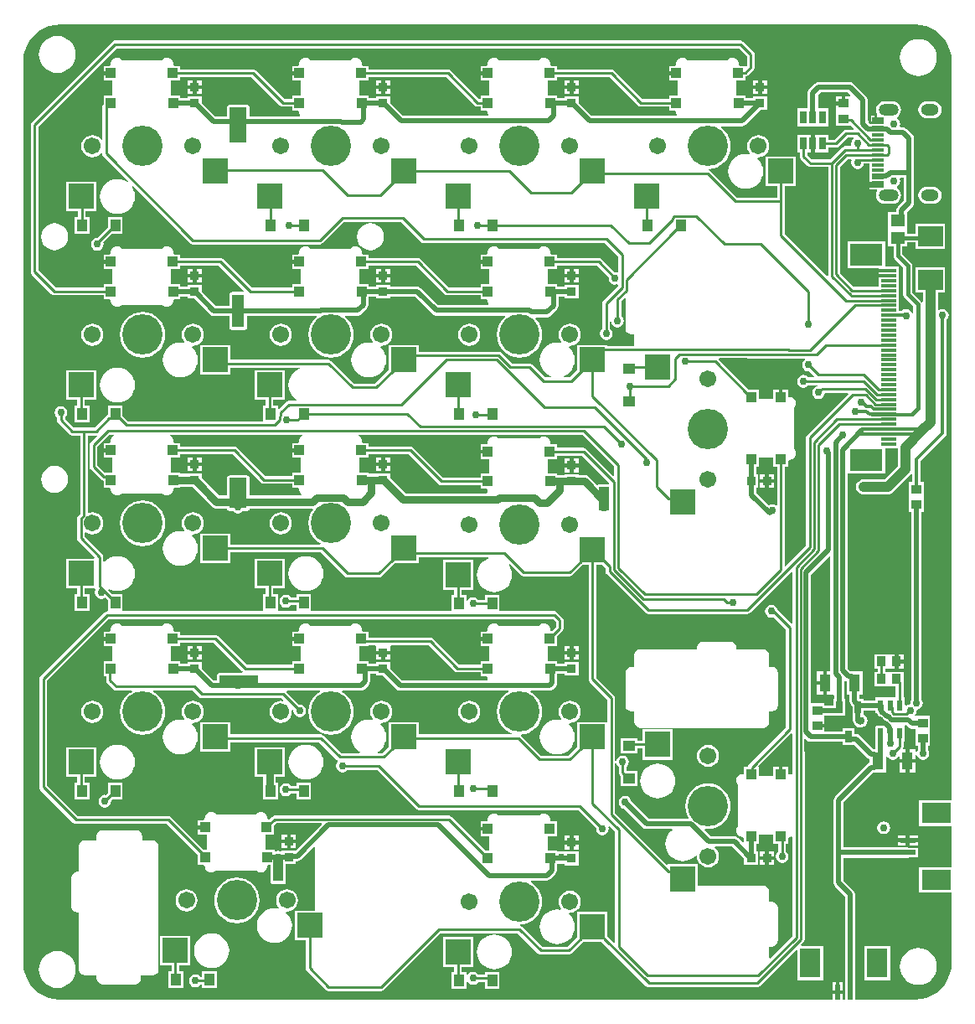
<source format=gbl>
G04*
G04 #@! TF.GenerationSoftware,Altium Limited,Altium Designer,19.1.2 (11)*
G04*
G04 Layer_Physical_Order=2*
G04 Layer_Color=8421376*
%FSLAX25Y25*%
%MOIN*%
G70*
G01*
G75*
%ADD10C,0.01000*%
%ADD14R,0.03858X0.03661*%
%ADD25C,0.04000*%
%ADD26C,0.02000*%
%ADD27C,0.03000*%
%ADD28C,0.01200*%
%ADD33R,0.07000X0.14000*%
%ADD34R,0.07000X0.12000*%
%ADD37O,0.07874X0.04724*%
%ADD38O,0.07087X0.04724*%
%ADD39C,0.02953*%
%ADD40C,0.16000*%
%ADD41C,0.06700*%
%ADD42C,0.03000*%
%ADD43R,0.05787X0.04567*%
%ADD44R,0.01968X0.05906*%
%ADD45R,0.08268X0.11811*%
%ADD46R,0.04449X0.07087*%
%ADD47R,0.02559X0.04528*%
%ADD48R,0.11811X0.08268*%
%ADD49R,0.05906X0.01968*%
%ADD50R,0.02362X0.04331*%
%ADD51R,0.03661X0.03858*%
%ADD52R,0.05906X0.01181*%
%ADD53R,0.12992X0.08661*%
%ADD54R,0.05118X0.01181*%
%ADD55R,0.10039X0.09843*%
%ADD56R,0.03937X0.03937*%
%ADD57R,0.03937X0.04724*%
%ADD58R,0.03543X0.03583*%
%ADD59R,0.09843X0.10039*%
%ADD60R,0.03937X0.03937*%
%ADD61R,0.04724X0.03937*%
%ADD62R,0.03583X0.03543*%
%ADD63R,0.02756X0.05118*%
%ADD64R,0.09843X0.07874*%
%ADD65C,0.01500*%
%ADD66R,0.10000X0.01200*%
%ADD67R,0.04050X0.09700*%
%ADD68R,0.15500X0.04500*%
%ADD69R,0.05000X0.13000*%
%ADD70R,0.04000X0.09500*%
%ADD71R,0.16157X0.01200*%
%ADD72R,0.25500X0.01200*%
%ADD73R,0.23591X0.01200*%
G36*
X291056Y377781D02*
Y374219D01*
X290678Y373840D01*
X290369Y373969D01*
Y373969D01*
X288006D01*
X287677Y374344D01*
X287697Y374500D01*
X287609Y375172D01*
X287349Y375799D01*
X286936Y376336D01*
X286399Y376749D01*
X285772Y377009D01*
X285100Y377097D01*
X284428Y377009D01*
X283802Y376749D01*
X283264Y376336D01*
X283187Y376236D01*
X267213D01*
X267136Y376336D01*
X266599Y376749D01*
X265972Y377009D01*
X265300Y377097D01*
X264628Y377009D01*
X264001Y376749D01*
X263464Y376336D01*
X263051Y375799D01*
X262791Y375172D01*
X262703Y374500D01*
X262723Y374344D01*
X262394Y373969D01*
X259931D01*
Y371750D01*
X262900D01*
Y370250D01*
X259931D01*
Y368032D01*
X263570D01*
Y362169D01*
X259931D01*
Y360729D01*
X249433D01*
X238081Y372081D01*
X237585Y372413D01*
X237000Y372529D01*
X215369D01*
Y373969D01*
X213006D01*
X212677Y374344D01*
X212697Y374500D01*
X212609Y375172D01*
X212349Y375799D01*
X211936Y376336D01*
X211399Y376749D01*
X210772Y377009D01*
X210100Y377097D01*
X209428Y377009D01*
X208802Y376749D01*
X208264Y376336D01*
X208187Y376236D01*
X192213D01*
X192136Y376336D01*
X191598Y376749D01*
X190972Y377009D01*
X190300Y377097D01*
X189628Y377009D01*
X189002Y376749D01*
X188464Y376336D01*
X188051Y375799D01*
X187792Y375172D01*
X187703Y374500D01*
X187724Y374344D01*
X187394Y373969D01*
X184932D01*
Y371750D01*
X187900D01*
Y370250D01*
X184932D01*
Y368032D01*
X188570D01*
Y362169D01*
X184932D01*
Y360734D01*
X184432Y360731D01*
X173081Y372081D01*
X172585Y372413D01*
X172000Y372529D01*
X140368D01*
Y373969D01*
X138006D01*
X137677Y374344D01*
X137697Y374500D01*
X137609Y375172D01*
X137349Y375799D01*
X136936Y376336D01*
X136398Y376749D01*
X135772Y377009D01*
X135100Y377097D01*
X134428Y377009D01*
X133801Y376749D01*
X133264Y376336D01*
X133187Y376236D01*
X117213D01*
X117136Y376336D01*
X116598Y376749D01*
X115972Y377009D01*
X115300Y377097D01*
X114628Y377009D01*
X114002Y376749D01*
X113464Y376336D01*
X113051Y375799D01*
X112792Y375172D01*
X112703Y374500D01*
X112724Y374344D01*
X112394Y373969D01*
X109932D01*
Y371750D01*
X112900D01*
Y370250D01*
X109932D01*
Y368032D01*
X113570D01*
Y362169D01*
X109932D01*
Y360729D01*
X106933D01*
X95581Y372081D01*
X95085Y372413D01*
X94500Y372529D01*
X65368D01*
Y373969D01*
X63006D01*
X62677Y374344D01*
X62697Y374500D01*
X62608Y375172D01*
X62349Y375799D01*
X61936Y376336D01*
X61399Y376749D01*
X60772Y377009D01*
X60100Y377097D01*
X59428Y377009D01*
X58802Y376749D01*
X58264Y376336D01*
X58187Y376236D01*
X42213D01*
X42136Y376336D01*
X41598Y376749D01*
X40972Y377009D01*
X40300Y377097D01*
X39628Y377009D01*
X39002Y376749D01*
X38464Y376336D01*
X38051Y375799D01*
X37791Y375172D01*
X37703Y374500D01*
X37723Y374344D01*
X37394Y373969D01*
X34931D01*
Y371750D01*
X37900D01*
Y370250D01*
X34931D01*
Y368032D01*
X38570D01*
Y362169D01*
X34931D01*
Y358394D01*
X34919Y358381D01*
X34587Y357885D01*
X34471Y357300D01*
Y344792D01*
X33971Y344623D01*
X33602Y345103D01*
X32694Y345800D01*
X31636Y346238D01*
X30500Y346388D01*
X29364Y346238D01*
X28306Y345800D01*
X27398Y345103D01*
X26700Y344194D01*
X26262Y343136D01*
X26112Y342000D01*
X26262Y340864D01*
X26700Y339806D01*
X27398Y338897D01*
X28306Y338200D01*
X29364Y337762D01*
X30500Y337613D01*
X31636Y337762D01*
X32694Y338200D01*
X33602Y338897D01*
X33971Y339377D01*
X34471Y339208D01*
Y339000D01*
X34587Y338415D01*
X34919Y337919D01*
X44722Y328116D01*
X44385Y327745D01*
X44355Y327769D01*
X43155Y328411D01*
X41854Y328806D01*
X40500Y328939D01*
X39146Y328806D01*
X37845Y328411D01*
X36645Y327769D01*
X35593Y326907D01*
X34730Y325855D01*
X34089Y324655D01*
X33694Y323354D01*
X33561Y322000D01*
X33694Y320646D01*
X34089Y319345D01*
X34730Y318145D01*
X35593Y317093D01*
X36645Y316231D01*
X37845Y315589D01*
X39146Y315194D01*
X40500Y315061D01*
X41854Y315194D01*
X43155Y315589D01*
X44355Y316231D01*
X45407Y317093D01*
X46270Y318145D01*
X46911Y319345D01*
X47306Y320646D01*
X47439Y322000D01*
X47306Y323354D01*
X46911Y324655D01*
X46270Y325855D01*
X46244Y325886D01*
X46615Y326222D01*
X69419Y303419D01*
X69915Y303087D01*
X70500Y302971D01*
X121000D01*
X121585Y303087D01*
X122081Y303419D01*
X130633Y311971D01*
X153366D01*
X161419Y303919D01*
X161915Y303587D01*
X162500Y303471D01*
X234366D01*
X239771Y298066D01*
Y292213D01*
X239271Y291896D01*
X238500Y292049D01*
X238178Y291985D01*
X233081Y297081D01*
X232585Y297413D01*
X232000Y297529D01*
X215369D01*
Y298969D01*
X213006D01*
X212677Y299344D01*
X212697Y299500D01*
X212609Y300172D01*
X212349Y300799D01*
X211936Y301336D01*
X211399Y301749D01*
X210772Y302009D01*
X210100Y302097D01*
X209428Y302009D01*
X208802Y301749D01*
X208264Y301336D01*
X208187Y301236D01*
X192213D01*
X192136Y301336D01*
X191598Y301749D01*
X190972Y302009D01*
X190300Y302097D01*
X189628Y302009D01*
X189002Y301749D01*
X188464Y301336D01*
X188051Y300799D01*
X187792Y300172D01*
X187703Y299500D01*
X187724Y299344D01*
X187394Y298969D01*
X184932D01*
Y296750D01*
X187900D01*
Y295250D01*
X184932D01*
Y293032D01*
X188570D01*
Y287169D01*
X184932D01*
Y285729D01*
X172433D01*
X161081Y297081D01*
X160585Y297413D01*
X160000Y297529D01*
X140368D01*
Y298969D01*
X138006D01*
X137677Y299344D01*
X137697Y299500D01*
X137609Y300172D01*
X137349Y300799D01*
X136936Y301336D01*
X136398Y301749D01*
X135772Y302009D01*
X135100Y302097D01*
X134428Y302009D01*
X133801Y301749D01*
X133264Y301336D01*
X133187Y301236D01*
X117213D01*
X117136Y301336D01*
X116598Y301749D01*
X115972Y302009D01*
X115300Y302097D01*
X114628Y302009D01*
X114002Y301749D01*
X113464Y301336D01*
X113051Y300799D01*
X112792Y300172D01*
X112703Y299500D01*
X112724Y299344D01*
X112394Y298969D01*
X109932D01*
Y296750D01*
X112900D01*
Y295250D01*
X109932D01*
Y293032D01*
X113570D01*
Y287169D01*
X109932D01*
Y285729D01*
X93933D01*
X82581Y297081D01*
X82085Y297413D01*
X81500Y297529D01*
X65368D01*
Y298969D01*
X63006D01*
X62677Y299344D01*
X62697Y299500D01*
X62608Y300172D01*
X62349Y300799D01*
X61936Y301336D01*
X61399Y301749D01*
X60772Y302009D01*
X60100Y302097D01*
X59428Y302009D01*
X58802Y301749D01*
X58264Y301336D01*
X58187Y301236D01*
X42213D01*
X42136Y301336D01*
X41598Y301749D01*
X40972Y302009D01*
X40300Y302097D01*
X39628Y302009D01*
X39002Y301749D01*
X38464Y301336D01*
X38051Y300799D01*
X37791Y300172D01*
X37703Y299500D01*
X37723Y299344D01*
X37394Y298969D01*
X34931D01*
Y296750D01*
X37900D01*
Y295250D01*
X34931D01*
Y293032D01*
X38570D01*
Y287169D01*
X34931D01*
Y285729D01*
X15934D01*
X9029Y292634D01*
Y349867D01*
X40134Y380971D01*
X287866D01*
X291056Y377781D01*
D02*
G37*
G36*
X247719Y358119D02*
X248215Y357787D01*
X248800Y357671D01*
X259931D01*
Y356231D01*
X262394D01*
X262723Y355856D01*
X262703Y355700D01*
X262791Y355028D01*
X262994Y354539D01*
X262760Y354039D01*
X229245D01*
X223972Y359312D01*
Y361991D01*
X218428D01*
Y361239D01*
X215568D01*
Y362169D01*
X211830D01*
Y368032D01*
X215369D01*
Y369471D01*
X236367D01*
X247719Y358119D01*
D02*
G37*
G36*
X182719D02*
X183215Y357787D01*
X183800Y357671D01*
X184932D01*
Y356231D01*
X187394D01*
X187724Y355856D01*
X187703Y355700D01*
X187792Y355028D01*
X187994Y354539D01*
X187760Y354039D01*
X154245D01*
X148972Y359312D01*
Y361991D01*
X143428D01*
Y361239D01*
X140568D01*
Y362169D01*
X136830D01*
Y368032D01*
X140368D01*
Y369471D01*
X171367D01*
X182719Y358119D01*
D02*
G37*
G36*
X105219D02*
X105715Y357787D01*
X106300Y357671D01*
X109932D01*
Y356231D01*
X112394D01*
X112724Y355856D01*
X112703Y355700D01*
X112792Y355028D01*
X113051Y354401D01*
X113175Y354239D01*
X112929Y353739D01*
X93020D01*
Y357500D01*
X92942Y357890D01*
X92721Y358221D01*
X92390Y358442D01*
X92000Y358520D01*
X88648D01*
X88500Y358549D01*
X88352Y358520D01*
X85000D01*
X84610Y358442D01*
X84279Y358221D01*
X84058Y357890D01*
X83980Y357500D01*
Y353739D01*
X79545D01*
X73972Y359312D01*
Y361991D01*
X68428D01*
Y361239D01*
X65569D01*
Y362169D01*
X61830D01*
Y368032D01*
X65368D01*
Y369471D01*
X93866D01*
X105219Y358119D01*
D02*
G37*
G36*
X17779Y390495D02*
X18000Y390451D01*
X358338D01*
X360057Y390316D01*
X362307Y389775D01*
X364445Y388890D01*
X366418Y387681D01*
X368178Y386178D01*
X369681Y384418D01*
X370890Y382445D01*
X371776Y380307D01*
X372316Y378057D01*
X372451Y376338D01*
Y81910D01*
X359594D01*
Y71642D01*
X372451D01*
Y55279D01*
X359594D01*
Y45012D01*
X372451D01*
Y17000D01*
X372470Y16904D01*
X372316Y14943D01*
X371776Y12693D01*
X370890Y10555D01*
X369681Y8582D01*
X368178Y6822D01*
X366418Y5319D01*
X364445Y4110D01*
X362307Y3224D01*
X360057Y2684D01*
X358096Y2530D01*
X358000Y2549D01*
X333984D01*
Y3724D01*
X334039Y4000D01*
Y44500D01*
X333884Y45280D01*
X333442Y45942D01*
X329539Y49845D01*
Y58961D01*
X355000D01*
X355276Y59016D01*
X358953D01*
Y62984D01*
X355276D01*
X355000Y63039D01*
X329539D01*
Y81021D01*
X341435Y92918D01*
X341910D01*
X342107Y92957D01*
X346358D01*
Y99054D01*
X346858Y99205D01*
X347198Y98698D01*
X348025Y98145D01*
X349000Y97951D01*
X349975Y98145D01*
X350802Y98698D01*
X351142Y99205D01*
X351642Y99054D01*
Y98250D01*
X354116D01*
Y102043D01*
X353346D01*
X353079Y102543D01*
X353153Y102655D01*
X353270Y103240D01*
Y105323D01*
X353921D01*
Y111602D01*
X354392Y111724D01*
X355205Y110912D01*
X355866Y110470D01*
X356646Y110314D01*
X358071D01*
Y109799D01*
X358071Y109701D01*
Y109299D01*
X358071Y109201D01*
Y103638D01*
X358961D01*
Y101948D01*
X358645Y101476D01*
X358591Y101201D01*
X358090Y101251D01*
Y102043D01*
X355616D01*
Y98250D01*
X358090D01*
Y99749D01*
X358591Y99799D01*
X358645Y99524D01*
X359198Y98698D01*
X360024Y98145D01*
X361000Y97951D01*
X361976Y98145D01*
X362802Y98698D01*
X363355Y99524D01*
X363549Y100500D01*
X363355Y101476D01*
X363039Y101948D01*
Y103638D01*
X363929D01*
Y109201D01*
X363929Y109299D01*
Y109701D01*
X363929Y109799D01*
Y115362D01*
X358134D01*
X358127Y115369D01*
X357852Y115771D01*
X358355Y116525D01*
X358549Y117500D01*
X358951Y118041D01*
X359475Y118145D01*
X360302Y118698D01*
X360855Y119525D01*
X361049Y120500D01*
X360855Y121476D01*
X360539Y121948D01*
Y196638D01*
X361429D01*
Y202299D01*
X361429D01*
Y202701D01*
X361429D01*
Y208362D01*
X360131D01*
Y216824D01*
X369923Y226617D01*
X370277Y227146D01*
X370401Y227770D01*
Y272813D01*
X370572Y272928D01*
X371125Y273755D01*
X371319Y274730D01*
X371125Y275706D01*
X370572Y276532D01*
X369745Y277085D01*
X368770Y277279D01*
X367794Y277085D01*
X367467Y276866D01*
X367026Y277102D01*
Y283902D01*
X369921D01*
Y293776D01*
X358079D01*
Y283902D01*
X360974D01*
Y280095D01*
X360474Y279944D01*
X360262Y280262D01*
X360262Y280262D01*
X356784Y283739D01*
Y294500D01*
X356784Y294500D01*
X356648Y295183D01*
X356262Y295762D01*
X356262Y295762D01*
X352868Y299156D01*
Y302213D01*
X354894D01*
Y303712D01*
X358079D01*
Y301224D01*
X369921D01*
Y311098D01*
X358079D01*
Y307280D01*
X354894D01*
Y308780D01*
X354894D01*
Y309221D01*
X354894D01*
Y315787D01*
X354894Y315787D01*
X354894D01*
X355092Y316208D01*
X356942Y318058D01*
X356942Y318058D01*
X357384Y318720D01*
X357539Y319500D01*
Y331000D01*
X357539Y331000D01*
X357539Y331000D01*
Y345000D01*
X357384Y345780D01*
X356942Y346442D01*
X354442Y348942D01*
X353780Y349384D01*
X353000Y349539D01*
X352101D01*
X351820Y350039D01*
X351986Y350878D01*
X351794Y351844D01*
X351247Y352663D01*
X350678Y353044D01*
X350660Y353332D01*
X350712Y353622D01*
X351347Y354110D01*
X351886Y354812D01*
X352225Y355630D01*
X352341Y356508D01*
X352225Y357386D01*
X351886Y358204D01*
X351347Y358906D01*
X350645Y359445D01*
X349827Y359784D01*
X348949Y359899D01*
X345800D01*
X344922Y359784D01*
X344104Y359445D01*
X343402Y358906D01*
X342863Y358204D01*
X342524Y357386D01*
X342408Y356508D01*
X342524Y355630D01*
X342863Y354812D01*
X342928Y354728D01*
X342706Y354280D01*
X339614D01*
Y352322D01*
X339113Y352054D01*
X339039Y352104D01*
Y360500D01*
X338884Y361280D01*
X338442Y361942D01*
X333442Y366942D01*
X332780Y367384D01*
X332000Y367539D01*
X319500D01*
X319500Y367539D01*
X318720Y367384D01*
X318058Y366942D01*
X315798Y364682D01*
X315356Y364020D01*
X315201Y363240D01*
Y357059D01*
X311122D01*
Y349941D01*
X323378D01*
Y357059D01*
X319279D01*
Y362396D01*
X320345Y363461D01*
X331155D01*
X332254Y362362D01*
X332047Y361862D01*
X330250D01*
Y359032D01*
X329500D01*
Y358281D01*
X326571D01*
Y356299D01*
X326571Y356201D01*
Y355799D01*
X326571Y355701D01*
Y350138D01*
X332411D01*
X333558Y348991D01*
X333366Y348529D01*
X330500D01*
X329915Y348413D01*
X329419Y348081D01*
X325918Y344581D01*
X323378D01*
Y346610D01*
X318010D01*
Y343051D01*
Y339492D01*
X323378D01*
Y341522D01*
X326551D01*
X327136Y341638D01*
X327633Y341970D01*
X331134Y345471D01*
X333298D01*
X333449Y344971D01*
X333198Y344802D01*
X332645Y343975D01*
X332451Y343000D01*
X332548Y342513D01*
X332137Y342013D01*
X330080D01*
X329495Y341897D01*
X328998Y341565D01*
X324166Y336734D01*
X316929D01*
X315049Y338614D01*
Y339492D01*
X316510D01*
Y343051D01*
Y346610D01*
X311142D01*
Y339492D01*
X311990D01*
Y337980D01*
X312107Y337395D01*
X312438Y336899D01*
X315214Y334123D01*
X315711Y333791D01*
X316296Y333675D01*
X323271D01*
Y290599D01*
X322771Y290392D01*
X306029Y307134D01*
Y320000D01*
Y326079D01*
X310520D01*
Y337921D01*
X298480D01*
Y326079D01*
X302971D01*
Y321529D01*
X287134D01*
X276581Y332081D01*
X276085Y332413D01*
X275753Y332479D01*
X275778Y332984D01*
X277264Y333130D01*
X278961Y333645D01*
X280524Y334481D01*
X281895Y335605D01*
X283019Y336976D01*
X283855Y338539D01*
X284370Y340236D01*
X284544Y342000D01*
X284370Y343764D01*
X283855Y345461D01*
X283019Y347024D01*
X281895Y348395D01*
X280596Y349461D01*
X280661Y349961D01*
X289000D01*
X289780Y350116D01*
X290442Y350558D01*
X296292Y356409D01*
X298972D01*
Y361991D01*
X293428D01*
Y361239D01*
X290568D01*
Y362169D01*
X286830D01*
Y368032D01*
X290369D01*
Y369770D01*
X290868Y369870D01*
X291364Y370201D01*
X293667Y372504D01*
X293999Y373001D01*
X294115Y373586D01*
Y378414D01*
X293999Y378999D01*
X293667Y379496D01*
X289581Y383581D01*
X289085Y383913D01*
X288500Y384029D01*
X39500D01*
X38915Y383913D01*
X38419Y383581D01*
X6419Y351581D01*
X6087Y351085D01*
X5971Y350500D01*
Y292000D01*
X6087Y291415D01*
X6419Y290919D01*
X14219Y283119D01*
X14715Y282787D01*
X15300Y282671D01*
X34931D01*
Y281231D01*
X37394D01*
X37723Y280856D01*
X37703Y280700D01*
X37791Y280028D01*
X38051Y279401D01*
X38464Y278864D01*
X38570Y278782D01*
Y278764D01*
X38594D01*
X39002Y278451D01*
X39628Y278191D01*
X40300Y278103D01*
X40972Y278191D01*
X41598Y278451D01*
X42006Y278764D01*
X58394D01*
X58802Y278451D01*
X59428Y278191D01*
X60100Y278103D01*
X60772Y278191D01*
X61399Y278451D01*
X61806Y278764D01*
X61830D01*
Y278782D01*
X61936Y278864D01*
X62349Y279401D01*
X62608Y280028D01*
X62697Y280700D01*
X62677Y280856D01*
X63006Y281231D01*
X65569D01*
Y282161D01*
X68428D01*
Y281409D01*
X71108D01*
X77458Y275058D01*
X78120Y274616D01*
X78900Y274461D01*
X84980D01*
Y270000D01*
X85058Y269610D01*
X85279Y269279D01*
X85610Y269058D01*
X86000Y268980D01*
X91000D01*
X91390Y269058D01*
X91721Y269279D01*
X91942Y269610D01*
X92020Y270000D01*
Y274461D01*
X119662D01*
X119831Y273990D01*
X119105Y273395D01*
X117981Y272024D01*
X117145Y270461D01*
X116630Y268764D01*
X116456Y267000D01*
X116630Y265236D01*
X117145Y263539D01*
X117981Y261976D01*
X119105Y260605D01*
X120476Y259481D01*
X122039Y258645D01*
X123736Y258130D01*
X125500Y257956D01*
X127264Y258130D01*
X128961Y258645D01*
X130524Y259481D01*
X131895Y260605D01*
X133019Y261976D01*
X133855Y263539D01*
X134370Y265236D01*
X134544Y267000D01*
X134370Y268764D01*
X133855Y270461D01*
X133019Y272024D01*
X131895Y273395D01*
X130961Y274161D01*
X131140Y274661D01*
X136200D01*
X136980Y274816D01*
X137642Y275258D01*
X139817Y277433D01*
X140259Y278095D01*
X140414Y278875D01*
X140414Y278875D01*
Y281231D01*
X140568D01*
Y282161D01*
X143428D01*
Y281409D01*
X148972D01*
Y282161D01*
X158955D01*
X165858Y275258D01*
X166520Y274816D01*
X167300Y274661D01*
X194860D01*
X195039Y274161D01*
X194105Y273395D01*
X192981Y272024D01*
X192145Y270461D01*
X191630Y268764D01*
X191456Y267000D01*
X191630Y265236D01*
X192145Y263539D01*
X192981Y261976D01*
X194105Y260605D01*
X195476Y259481D01*
X197039Y258645D01*
X198736Y258130D01*
X200500Y257956D01*
X202264Y258130D01*
X203961Y258645D01*
X205524Y259481D01*
X206895Y260605D01*
X208019Y261976D01*
X208855Y263539D01*
X209370Y265236D01*
X209544Y267000D01*
X209370Y268764D01*
X208855Y270461D01*
X208019Y272024D01*
X206895Y273395D01*
X206779Y273490D01*
X206947Y273961D01*
X211500D01*
X212280Y274116D01*
X212942Y274558D01*
X215442Y277058D01*
X215884Y277720D01*
X216039Y278500D01*
Y282161D01*
X218428D01*
Y281409D01*
X223972D01*
Y286991D01*
X218428D01*
Y286239D01*
X215568D01*
Y287169D01*
X211830D01*
Y293032D01*
X215369D01*
Y294471D01*
X231366D01*
X236015Y289822D01*
X235951Y289500D01*
X236145Y288525D01*
X236698Y287698D01*
X237525Y287145D01*
X238500Y286951D01*
X239216Y287093D01*
X239637Y286793D01*
X239672Y286335D01*
X233919Y280581D01*
X233587Y280085D01*
X233471Y279500D01*
Y269485D01*
X233198Y269302D01*
X232645Y268476D01*
X232451Y267500D01*
X232645Y266525D01*
X233198Y265698D01*
X234025Y265145D01*
X235000Y264951D01*
X235976Y265145D01*
X236802Y265698D01*
X237355Y266525D01*
X237549Y267500D01*
X237355Y268476D01*
X236802Y269302D01*
X236529Y269485D01*
Y272057D01*
X237029Y272106D01*
X237145Y271525D01*
X237698Y270698D01*
X238525Y270145D01*
X239500Y269951D01*
X240476Y270145D01*
X241302Y270698D01*
X241855Y271525D01*
X242049Y272500D01*
X241855Y273476D01*
X241302Y274302D01*
X241029Y274485D01*
Y280366D01*
X242193Y281530D01*
X242655Y281339D01*
Y269500D01*
X242833Y268603D01*
X243342Y267842D01*
X244103Y267333D01*
X245000Y267155D01*
X246155D01*
Y263000D01*
X246172Y262916D01*
X245854Y262529D01*
X235520D01*
Y262921D01*
X223480D01*
Y253143D01*
X220367Y250029D01*
X218032D01*
X217958Y250529D01*
X218155Y250589D01*
X219355Y251231D01*
X220407Y252093D01*
X221269Y253145D01*
X221911Y254345D01*
X222306Y255646D01*
X222439Y257000D01*
X222306Y258354D01*
X221911Y259655D01*
X221269Y260855D01*
X220407Y261907D01*
X220096Y262161D01*
X220303Y262638D01*
X220500Y262613D01*
X221636Y262762D01*
X222694Y263200D01*
X223603Y263897D01*
X224300Y264806D01*
X224738Y265864D01*
X224887Y267000D01*
X224738Y268136D01*
X224300Y269194D01*
X223603Y270103D01*
X222694Y270800D01*
X221636Y271238D01*
X220500Y271388D01*
X219364Y271238D01*
X218306Y270800D01*
X217397Y270103D01*
X216700Y269194D01*
X216262Y268136D01*
X216112Y267000D01*
X216262Y265864D01*
X216700Y264806D01*
X217132Y264244D01*
X216878Y263843D01*
X216837Y263807D01*
X215500Y263939D01*
X214146Y263806D01*
X212845Y263411D01*
X211645Y262770D01*
X210593Y261907D01*
X209731Y260855D01*
X209089Y259655D01*
X208694Y258354D01*
X208561Y257000D01*
X208694Y255646D01*
X209089Y254345D01*
X209731Y253145D01*
X210593Y252093D01*
X211645Y251231D01*
X212845Y250589D01*
X213042Y250529D01*
X212968Y250029D01*
X210633D01*
X205476Y255187D01*
X204980Y255519D01*
X204395Y255635D01*
X197432D01*
X193286Y259781D01*
X192789Y260113D01*
X192204Y260229D01*
X160520D01*
Y262921D01*
X148480D01*
Y253143D01*
X142867Y247529D01*
X134634D01*
X125581Y256581D01*
X125085Y256913D01*
X124500Y257029D01*
X85520D01*
Y262921D01*
X73480D01*
Y251079D01*
X85520D01*
Y253971D01*
X112968D01*
X113042Y253471D01*
X112845Y253411D01*
X111645Y252769D01*
X110593Y251907D01*
X109731Y250855D01*
X109089Y249655D01*
X108694Y248354D01*
X108561Y247000D01*
X108694Y245646D01*
X109089Y244345D01*
X109731Y243145D01*
X110593Y242093D01*
X111645Y241231D01*
X111746Y241177D01*
X111624Y240692D01*
X108662D01*
X108077Y240575D01*
X107581Y240244D01*
X104854Y237517D01*
X104354Y237724D01*
Y238962D01*
X102529D01*
Y241079D01*
X107020D01*
Y252921D01*
X94980D01*
Y241079D01*
X99471D01*
Y238962D01*
X98417D01*
Y232529D01*
X44848D01*
X42583Y234794D01*
Y238962D01*
X36646D01*
Y235146D01*
X36156Y234819D01*
X31367Y230029D01*
X23133D01*
X19604Y233559D01*
X19639Y234088D01*
X19802Y234198D01*
X20355Y235024D01*
X20549Y236000D01*
X20355Y236976D01*
X19802Y237802D01*
X18975Y238355D01*
X18000Y238549D01*
X17025Y238355D01*
X16198Y237802D01*
X15645Y236976D01*
X15451Y236000D01*
X15645Y235024D01*
X16198Y234198D01*
X16471Y234015D01*
Y233000D01*
X16587Y232415D01*
X16919Y231919D01*
X21419Y227419D01*
X21915Y227087D01*
X22500Y226971D01*
X25721D01*
Y195818D01*
X24869Y194966D01*
X24537Y194470D01*
X24421Y193885D01*
Y186050D01*
X24537Y185465D01*
X24869Y184969D01*
X31416Y178421D01*
X31209Y177921D01*
X19980D01*
Y166079D01*
X24471D01*
Y163962D01*
X23417D01*
Y157238D01*
X29354D01*
Y163962D01*
X27529D01*
Y166079D01*
X31447D01*
X31714Y165579D01*
X31645Y165475D01*
X31451Y164500D01*
X31645Y163524D01*
X32198Y162698D01*
X33024Y162145D01*
X34000Y161951D01*
X34975Y162145D01*
X35533Y162518D01*
X36646Y161406D01*
Y157238D01*
X36252Y156980D01*
X35915Y156913D01*
X35419Y156581D01*
X9919Y131081D01*
X9587Y130585D01*
X9471Y130000D01*
Y87000D01*
X9587Y86415D01*
X9919Y85919D01*
X22919Y72919D01*
X23415Y72587D01*
X24000Y72471D01*
X59966D01*
X72431Y60006D01*
Y56231D01*
X74894D01*
X75223Y55856D01*
X75203Y55700D01*
X75292Y55028D01*
X75551Y54401D01*
X75964Y53864D01*
X76070Y53782D01*
Y53764D01*
X76094D01*
X76502Y53451D01*
X77128Y53192D01*
X77800Y53103D01*
X78472Y53192D01*
X79098Y53451D01*
X79506Y53764D01*
X95894D01*
X96302Y53451D01*
X96928Y53192D01*
X97600Y53103D01*
X98272Y53192D01*
X98899Y53451D01*
X99306Y53764D01*
X99330D01*
Y53782D01*
X99436Y53864D01*
X99849Y54401D01*
X100109Y55028D01*
X100197Y55700D01*
X100177Y55856D01*
X100506Y56231D01*
X101480D01*
Y49500D01*
X101558Y49110D01*
X101779Y48779D01*
X102110Y48558D01*
X102500Y48480D01*
X106550D01*
X106940Y48558D01*
X107271Y48779D01*
X107492Y49110D01*
X107570Y49500D01*
Y56409D01*
X111472D01*
Y57564D01*
X112103D01*
X112883Y57719D01*
X113545Y58161D01*
X118655Y63271D01*
X119155Y63064D01*
Y37921D01*
X110980D01*
Y26079D01*
X115471D01*
Y15000D01*
X115587Y14415D01*
X115919Y13919D01*
X123419Y6419D01*
X123915Y6087D01*
X124500Y5971D01*
X145500D01*
X146085Y6087D01*
X146581Y6419D01*
X169133Y28971D01*
X199866D01*
X207919Y20919D01*
X208415Y20587D01*
X209000Y20471D01*
X220000D01*
X220585Y20587D01*
X221081Y20919D01*
X225742Y25579D01*
X233258D01*
X250919Y7919D01*
X251415Y7587D01*
X252000Y7471D01*
X295000D01*
X295585Y7587D01*
X296081Y7919D01*
X310629Y22466D01*
X311090Y22274D01*
Y10095D01*
X321358D01*
Y23905D01*
X312722D01*
X312530Y24367D01*
X313556Y25393D01*
X313888Y25890D01*
X314004Y26475D01*
Y100756D01*
X313888Y101341D01*
X313829Y101429D01*
Y106133D01*
X314291Y106325D01*
X314865Y105751D01*
X315527Y105309D01*
X316307Y105154D01*
X329221D01*
Y103929D01*
X333780D01*
X333780Y103929D01*
Y103929D01*
X334131Y103619D01*
X339149Y98601D01*
X339810Y98159D01*
X339910Y98140D01*
Y96860D01*
X339810Y96841D01*
X339149Y96399D01*
X326058Y83308D01*
X325616Y82647D01*
X325461Y81866D01*
Y61000D01*
Y49000D01*
X325616Y48220D01*
X326058Y47558D01*
X329961Y43655D01*
Y4000D01*
X330016Y3724D01*
Y2549D01*
X329063D01*
Y4750D01*
X327079D01*
X325095D01*
Y2549D01*
X18035D01*
X18031Y2549D01*
X18030Y2549D01*
X18000Y2549D01*
X17537Y2542D01*
X17048Y2558D01*
X15443Y2684D01*
X13193Y3224D01*
X11055Y4110D01*
X9082Y5319D01*
X7322Y6822D01*
X5819Y8582D01*
X4610Y10555D01*
X3725Y12693D01*
X3184Y14943D01*
X3003Y17250D01*
X3005Y17279D01*
X3049Y17500D01*
Y375465D01*
X3049Y375469D01*
X3049Y375470D01*
X3049Y375500D01*
X3042Y375963D01*
X3058Y376452D01*
X3184Y378057D01*
X3725Y380307D01*
X4610Y382445D01*
X5819Y384418D01*
X7322Y386178D01*
X9082Y387681D01*
X11055Y388890D01*
X13193Y389775D01*
X15443Y390316D01*
X17750Y390497D01*
X17779Y390495D01*
D02*
G37*
G36*
X90817Y284520D02*
X90610Y284020D01*
X88648D01*
X88500Y284049D01*
X88352Y284020D01*
X86000D01*
X85610Y283942D01*
X85279Y283721D01*
X85058Y283390D01*
X84980Y283000D01*
Y278539D01*
X79745D01*
X73972Y284312D01*
Y286991D01*
X68428D01*
Y286239D01*
X65569D01*
Y287169D01*
X61830D01*
Y293032D01*
X65368D01*
Y294471D01*
X80866D01*
X90817Y284520D01*
D02*
G37*
G36*
X170719Y283119D02*
X171215Y282787D01*
X171800Y282671D01*
X184932D01*
Y281231D01*
X187394D01*
X187724Y280856D01*
X187703Y280700D01*
X187792Y280028D01*
X188051Y279401D01*
X188175Y279239D01*
X187929Y278739D01*
X168145D01*
X161242Y285642D01*
X160580Y286084D01*
X159800Y286239D01*
X148972D01*
Y286991D01*
X143428D01*
Y286239D01*
X140568D01*
Y287169D01*
X136830D01*
Y293032D01*
X140368D01*
Y294471D01*
X159367D01*
X170719Y283119D01*
D02*
G37*
G36*
X332681Y336530D02*
X332645Y336475D01*
X332451Y335500D01*
X332645Y334524D01*
X333198Y333698D01*
X334025Y333145D01*
X335000Y332951D01*
X335976Y333145D01*
X336802Y333698D01*
X337355Y334524D01*
X337453Y335018D01*
X339610D01*
Y332989D01*
X339614D01*
Y332232D01*
X339612D01*
Y327870D01*
X339614D01*
Y327869D01*
X343173D01*
Y326742D01*
X343172D01*
Y325561D01*
X339614D01*
Y324720D01*
X342706D01*
X342928Y324272D01*
X342863Y324188D01*
X342524Y323370D01*
X342408Y322492D01*
X342524Y321614D01*
X342863Y320796D01*
X343402Y320094D01*
X344104Y319555D01*
X344922Y319216D01*
X345800Y319101D01*
X348949D01*
X349827Y319216D01*
X350645Y319555D01*
X351347Y320094D01*
X351886Y320796D01*
X352225Y321614D01*
X352341Y322492D01*
X352225Y323370D01*
X351886Y324188D01*
X351347Y324890D01*
X350712Y325378D01*
X350660Y325668D01*
X350678Y325956D01*
X351247Y326337D01*
X351794Y327156D01*
X351986Y328122D01*
X351820Y328961D01*
X352101Y329461D01*
X353461D01*
Y320345D01*
X351020Y317904D01*
X350578Y317242D01*
X350423Y316462D01*
Y315787D01*
X347106D01*
Y309221D01*
X347106D01*
Y308780D01*
X347106D01*
Y302213D01*
X349299D01*
Y298417D01*
X349435Y297734D01*
X349821Y297155D01*
X353216Y293761D01*
Y283000D01*
X353351Y282317D01*
X353738Y281738D01*
X357216Y278261D01*
Y275619D01*
X356716Y275569D01*
X356704Y275626D01*
X356152Y276453D01*
X355325Y277006D01*
X354349Y277200D01*
X353374Y277006D01*
X352547Y276453D01*
X352486Y276361D01*
X351475D01*
Y281010D01*
Y284949D01*
Y289000D01*
X351500D01*
Y294000D01*
X351475D01*
Y294036D01*
X345964D01*
Y304071D01*
X330972D01*
Y293409D01*
X343500D01*
Y289000D01*
X343570D01*
Y286099D01*
X333563D01*
X328029Y291634D01*
Y333867D01*
X331134Y336971D01*
X332446D01*
X332681Y336530D01*
D02*
G37*
G36*
X291487Y257571D02*
X313947D01*
X314099Y257071D01*
X313698Y256802D01*
X313145Y255976D01*
X312951Y255000D01*
X313145Y254025D01*
X313698Y253198D01*
X314525Y252645D01*
X315500Y252451D01*
X315822Y252515D01*
X317846Y250491D01*
X317654Y250029D01*
X315485D01*
X315302Y250302D01*
X314475Y250855D01*
X313500Y251049D01*
X312525Y250855D01*
X311698Y250302D01*
X311145Y249476D01*
X310951Y248500D01*
X311145Y247524D01*
X311698Y246698D01*
X312525Y246145D01*
X313500Y245951D01*
X314475Y246145D01*
X315302Y246698D01*
X315485Y246971D01*
X319057D01*
X319106Y246471D01*
X318525Y246355D01*
X317698Y245802D01*
X317145Y244975D01*
X316951Y244000D01*
X317145Y243024D01*
X317698Y242198D01*
X318525Y241645D01*
X319500Y241451D01*
X320476Y241645D01*
X321302Y242198D01*
X321855Y243024D01*
X322043Y243971D01*
X331154D01*
X331346Y243509D01*
X315019Y227181D01*
X314687Y226685D01*
X314571Y226100D01*
Y183042D01*
X306491Y174962D01*
X306029Y175154D01*
Y214632D01*
X307469D01*
Y216994D01*
X307844Y217323D01*
X308000Y217303D01*
X308672Y217391D01*
X309298Y217651D01*
X309836Y218064D01*
X310249Y218601D01*
X310508Y219228D01*
X310597Y219900D01*
X310508Y220572D01*
X310249Y221199D01*
X309836Y221736D01*
X309736Y221813D01*
Y237787D01*
X309836Y237864D01*
X310249Y238402D01*
X310508Y239028D01*
X310597Y239700D01*
X310508Y240372D01*
X310249Y240999D01*
X309836Y241536D01*
X309298Y241949D01*
X308672Y242209D01*
X308000Y242297D01*
X307844Y242277D01*
X307469Y242606D01*
Y245069D01*
X305250D01*
Y242100D01*
X303750D01*
Y245069D01*
X301532D01*
Y241430D01*
X295669D01*
Y245069D01*
X291894D01*
X279792Y257171D01*
X279999Y257671D01*
X290984D01*
X291487Y257571D01*
D02*
G37*
G36*
X39053Y226771D02*
X39002Y226749D01*
X38464Y226336D01*
X38051Y225799D01*
X37791Y225172D01*
X37703Y224500D01*
X37723Y224344D01*
X37394Y223969D01*
X34931D01*
Y221750D01*
X37900D01*
Y220250D01*
X34931D01*
Y218032D01*
X38570D01*
Y212169D01*
X35494D01*
X32529Y215134D01*
Y222366D01*
X37433Y227271D01*
X38954D01*
X39053Y226771D01*
D02*
G37*
G36*
X238171Y214667D02*
Y211146D01*
X237709Y210954D01*
X227081Y221581D01*
X226585Y221913D01*
X226000Y222029D01*
X215369D01*
Y223468D01*
X213006D01*
X212677Y223844D01*
X212697Y224000D01*
X212609Y224672D01*
X212349Y225299D01*
X211936Y225836D01*
X211399Y226249D01*
X210772Y226508D01*
X210100Y226597D01*
X209428Y226508D01*
X208802Y226249D01*
X208264Y225836D01*
X208187Y225736D01*
X192213D01*
X192136Y225836D01*
X191598Y226249D01*
X190972Y226508D01*
X190300Y226597D01*
X189628Y226508D01*
X189002Y226249D01*
X188464Y225836D01*
X188051Y225299D01*
X187792Y224672D01*
X187703Y224000D01*
X187724Y223844D01*
X187394Y223468D01*
X184932D01*
Y221250D01*
X187900D01*
Y219750D01*
X184932D01*
Y217531D01*
X188570D01*
Y211668D01*
X184932D01*
Y210229D01*
X169933D01*
X158081Y222081D01*
X157585Y222413D01*
X157000Y222529D01*
X140368D01*
Y223969D01*
X138006D01*
X137677Y224344D01*
X137697Y224500D01*
X137609Y225172D01*
X137349Y225799D01*
X136936Y226336D01*
X136398Y226749D01*
X136347Y226771D01*
X136446Y227271D01*
X225567D01*
X238171Y214667D01*
D02*
G37*
G36*
X114053Y226771D02*
X114002Y226749D01*
X113464Y226336D01*
X113051Y225799D01*
X112792Y225172D01*
X112703Y224500D01*
X112724Y224344D01*
X112394Y223969D01*
X109932D01*
Y221750D01*
X112900D01*
Y220250D01*
X109932D01*
Y218032D01*
X113570D01*
Y212169D01*
X109932D01*
Y210729D01*
X99433D01*
X88081Y222081D01*
X87585Y222413D01*
X87000Y222529D01*
X65368D01*
Y223969D01*
X63006D01*
X62677Y224344D01*
X62697Y224500D01*
X62608Y225172D01*
X62349Y225799D01*
X61936Y226336D01*
X61399Y226749D01*
X61347Y226771D01*
X61446Y227271D01*
X113954D01*
X114053Y226771D01*
D02*
G37*
G36*
X236157Y208180D02*
X236080Y207579D01*
X236000Y207520D01*
X234148D01*
X234000Y207549D01*
X233852Y207520D01*
X232000D01*
X231610Y207442D01*
X231342Y207263D01*
X228102Y210502D01*
X227275Y211055D01*
X226300Y211249D01*
X223972D01*
Y211491D01*
X218428D01*
Y211249D01*
X215568D01*
Y211668D01*
X211830D01*
Y217531D01*
X215369D01*
Y218971D01*
X225366D01*
X236157Y208180D01*
D02*
G37*
G36*
X168219Y207619D02*
X168715Y207287D01*
X169300Y207171D01*
X184932D01*
Y205732D01*
X187394D01*
X187724Y205356D01*
X187703Y205200D01*
X187792Y204528D01*
X187849Y204390D01*
X187571Y203974D01*
X155031D01*
X148972Y210033D01*
Y211991D01*
X143428D01*
Y211749D01*
X140568D01*
Y212169D01*
X136830D01*
Y218032D01*
X140368D01*
Y219471D01*
X156367D01*
X168219Y207619D01*
D02*
G37*
G36*
X97719Y208119D02*
X98215Y207787D01*
X98800Y207671D01*
X109932D01*
Y206231D01*
X112394D01*
X112724Y205856D01*
X112703Y205700D01*
X112792Y205028D01*
X113051Y204401D01*
X113464Y203864D01*
X113508Y203822D01*
X113570Y203764D01*
X113570D01*
X113697Y203549D01*
X113450Y203049D01*
X93020D01*
Y210000D01*
X92942Y210390D01*
X92721Y210721D01*
X92390Y210942D01*
X92000Y211020D01*
X85000D01*
X84610Y210942D01*
X84279Y210721D01*
X84058Y210390D01*
X83980Y210000D01*
Y203049D01*
X80956D01*
X73972Y210033D01*
Y211991D01*
X68428D01*
Y211749D01*
X65569D01*
Y212169D01*
X61830D01*
Y218032D01*
X65368D01*
Y219471D01*
X86366D01*
X97719Y208119D01*
D02*
G37*
G36*
X301532Y214632D02*
X302971D01*
Y199291D01*
X302471Y199024D01*
X301975Y199355D01*
X301000Y199549D01*
X300025Y199355D01*
X299727Y199156D01*
X294739Y204145D01*
Y206028D01*
X295491D01*
Y211572D01*
X294739D01*
Y214432D01*
X295669D01*
Y218170D01*
X301532D01*
Y214632D01*
D02*
G37*
G36*
X32372Y226535D02*
X29919Y224081D01*
X29587Y223585D01*
X29471Y223000D01*
Y214500D01*
X29587Y213915D01*
X29919Y213419D01*
X33989Y209348D01*
X34486Y209016D01*
X34931Y208927D01*
Y206231D01*
X37394D01*
X37723Y205856D01*
X37703Y205700D01*
X37791Y205028D01*
X38051Y204401D01*
X38464Y203864D01*
X38570Y203782D01*
Y203764D01*
X38594D01*
X39002Y203451D01*
X39628Y203191D01*
X40300Y203103D01*
X40972Y203191D01*
X41598Y203451D01*
X42006Y203764D01*
X58394D01*
X58802Y203451D01*
X59428Y203191D01*
X60100Y203103D01*
X60772Y203191D01*
X61399Y203451D01*
X61806Y203764D01*
X61830D01*
Y203782D01*
X61936Y203864D01*
X62349Y204401D01*
X62608Y205028D01*
X62697Y205700D01*
X62677Y205856D01*
X63006Y206231D01*
X65569D01*
Y206651D01*
X68428D01*
Y206409D01*
X70386D01*
X78098Y198698D01*
X78925Y198145D01*
X79900Y197951D01*
X83990D01*
X84058Y197610D01*
X84279Y197279D01*
X84610Y197058D01*
X85000Y196980D01*
X86509D01*
X86698Y196698D01*
X87524Y196145D01*
X88500Y195951D01*
X89476Y196145D01*
X90302Y196698D01*
X90491Y196980D01*
X92000D01*
X92390Y197058D01*
X92721Y197279D01*
X92942Y197610D01*
X93010Y197951D01*
X118000D01*
X118158Y197982D01*
X118415Y197554D01*
X117981Y197024D01*
X117145Y195461D01*
X116630Y193764D01*
X116456Y192000D01*
X116630Y190236D01*
X117145Y188539D01*
X117981Y186976D01*
X119105Y185605D01*
X120476Y184481D01*
X121320Y184029D01*
X121195Y183529D01*
X85520D01*
Y187921D01*
X73480D01*
Y176079D01*
X85520D01*
Y180471D01*
X121367D01*
X130919Y170919D01*
X131415Y170587D01*
X132000Y170471D01*
X144500D01*
X145085Y170587D01*
X145581Y170919D01*
X150742Y176079D01*
X160520D01*
Y178471D01*
X187968D01*
X188042Y177971D01*
X187845Y177911D01*
X186645Y177269D01*
X185593Y176407D01*
X184731Y175355D01*
X184089Y174155D01*
X183694Y172854D01*
X183561Y171500D01*
X183694Y170146D01*
X184089Y168845D01*
X184731Y167645D01*
X185593Y166593D01*
X186645Y165731D01*
X187845Y165089D01*
X189146Y164694D01*
X190500Y164561D01*
X191854Y164694D01*
X193155Y165089D01*
X194355Y165731D01*
X195407Y166593D01*
X196270Y167645D01*
X196911Y168845D01*
X197306Y170146D01*
X197439Y171500D01*
X197306Y172854D01*
X196911Y174155D01*
X196270Y175355D01*
X196245Y175385D01*
X196616Y175722D01*
X200919Y171419D01*
X201415Y171087D01*
X202000Y170971D01*
X220500D01*
X221085Y171087D01*
X221581Y171419D01*
X225742Y175579D01*
X227971D01*
Y130000D01*
X228087Y129415D01*
X228419Y128919D01*
X235471Y121867D01*
Y112921D01*
X223480D01*
Y103143D01*
X219866Y99529D01*
X209134D01*
X201145Y107518D01*
X201181Y107787D01*
X201302Y108035D01*
X202264Y108130D01*
X203961Y108645D01*
X205524Y109481D01*
X206895Y110605D01*
X208019Y111976D01*
X208855Y113539D01*
X209370Y115236D01*
X209544Y117000D01*
X209370Y118764D01*
X208855Y120461D01*
X208019Y122024D01*
X206895Y123395D01*
X205524Y124519D01*
X204838Y124886D01*
X204964Y125386D01*
X212328D01*
X213109Y125541D01*
X213770Y125983D01*
X214942Y127155D01*
X214942Y127155D01*
X215384Y127816D01*
X215539Y128597D01*
Y131231D01*
X215568D01*
Y132161D01*
X218428D01*
Y131409D01*
X223972D01*
Y136991D01*
X218428D01*
Y136239D01*
X215568D01*
Y137169D01*
X211830D01*
Y143032D01*
X215369D01*
Y146806D01*
X217581Y149019D01*
X217913Y149515D01*
X218029Y150100D01*
Y153500D01*
X217913Y154085D01*
X217581Y154581D01*
X215581Y156581D01*
X215085Y156913D01*
X214500Y157029D01*
X192583D01*
Y163462D01*
X186646D01*
Y161529D01*
X183985D01*
X183802Y161802D01*
X182975Y162355D01*
X182000Y162549D01*
X181025Y162355D01*
X180198Y161802D01*
X179854Y161289D01*
X179354Y161440D01*
Y163462D01*
X177529D01*
Y165579D01*
X182020D01*
Y177421D01*
X169980D01*
Y165579D01*
X174471D01*
Y163462D01*
X173417D01*
Y157029D01*
X117996D01*
X117583Y157238D01*
X117583Y157529D01*
Y163962D01*
X111646D01*
Y162529D01*
X109485D01*
X109302Y162802D01*
X108475Y163355D01*
X107500Y163549D01*
X106525Y163355D01*
X105698Y162802D01*
X105145Y161976D01*
X104951Y161000D01*
X105145Y160024D01*
X105698Y159198D01*
X106525Y158645D01*
X107500Y158451D01*
X108475Y158645D01*
X109302Y159198D01*
X109485Y159471D01*
X111646D01*
X111646Y157238D01*
X111232Y157029D01*
X104768D01*
X104354Y157238D01*
X104354Y157529D01*
Y163962D01*
X102529D01*
Y166079D01*
X107020D01*
Y177921D01*
X94980D01*
Y166079D01*
X99471D01*
Y163962D01*
X98417D01*
Y157529D01*
X98417Y157238D01*
X98004Y157029D01*
X42996D01*
X42583Y157238D01*
Y163962D01*
X38415D01*
X36792Y165585D01*
X37093Y165991D01*
X37845Y165589D01*
X39146Y165194D01*
X40500Y165061D01*
X41854Y165194D01*
X43155Y165589D01*
X44355Y166230D01*
X45407Y167093D01*
X46270Y168145D01*
X46911Y169345D01*
X47306Y170646D01*
X47439Y172000D01*
X47306Y173354D01*
X46911Y174655D01*
X46270Y175855D01*
X45407Y176907D01*
X44355Y177769D01*
X43155Y178411D01*
X41854Y178806D01*
X40500Y178939D01*
X39146Y178806D01*
X37845Y178411D01*
X36645Y177769D01*
X35593Y176907D01*
X35395Y176664D01*
X34924Y176833D01*
Y178605D01*
X34808Y179191D01*
X34476Y179687D01*
X27479Y186683D01*
Y188269D01*
X27928Y188491D01*
X28306Y188200D01*
X29364Y187762D01*
X30500Y187612D01*
X31636Y187762D01*
X32694Y188200D01*
X33602Y188898D01*
X34300Y189806D01*
X34738Y190864D01*
X34887Y192000D01*
X34738Y193136D01*
X34300Y194194D01*
X33602Y195103D01*
X32694Y195800D01*
X31636Y196238D01*
X30500Y196388D01*
X29364Y196238D01*
X29195Y196168D01*
X28779Y196446D01*
Y226971D01*
X32000D01*
X32126Y226996D01*
X32372Y226535D01*
D02*
G37*
G36*
X234771Y174165D02*
Y172892D01*
X234887Y172306D01*
X235219Y171810D01*
X250610Y156419D01*
X251106Y156087D01*
X251692Y155971D01*
X291192D01*
X291777Y156087D01*
X292273Y156419D01*
X308609Y172754D01*
X309071Y172563D01*
Y152246D01*
X308609Y152054D01*
X303209Y157454D01*
X303105Y157975D01*
X302552Y158802D01*
X301726Y159355D01*
X300750Y159549D01*
X299775Y159355D01*
X298948Y158802D01*
X298395Y157975D01*
X298201Y157000D01*
X298395Y156025D01*
X298948Y155198D01*
X299775Y154645D01*
X300750Y154451D01*
X301698Y154639D01*
X306471Y149866D01*
Y110634D01*
X291901Y96064D01*
X291570Y95568D01*
X291470Y95069D01*
X289732D01*
Y92606D01*
X289356Y92277D01*
X289200Y92297D01*
X288528Y92208D01*
X287901Y91949D01*
X287364Y91536D01*
X287282Y91430D01*
X287264D01*
Y91406D01*
X286951Y90999D01*
X286691Y90372D01*
X286603Y89700D01*
X286691Y89028D01*
X286951Y88402D01*
X287264Y87994D01*
Y71606D01*
X286951Y71198D01*
X286691Y70572D01*
X286603Y69900D01*
X286691Y69228D01*
X286951Y68602D01*
X287264Y68194D01*
Y68170D01*
X287282D01*
X287364Y68064D01*
X287901Y67651D01*
X288528Y67392D01*
X289200Y67303D01*
X289356Y67323D01*
X289732Y66994D01*
Y65306D01*
X289270Y65114D01*
X287442Y66942D01*
X286780Y67384D01*
X286000Y67539D01*
X276627D01*
X274071Y70095D01*
X274298Y70575D01*
X275500Y70456D01*
X277264Y70630D01*
X278961Y71145D01*
X280524Y71981D01*
X281895Y73105D01*
X283019Y74476D01*
X283855Y76039D01*
X284370Y77736D01*
X284544Y79500D01*
X284370Y81264D01*
X283855Y82961D01*
X283019Y84524D01*
X281895Y85895D01*
X280524Y87019D01*
X278961Y87855D01*
X277264Y88370D01*
X275500Y88544D01*
X273736Y88370D01*
X272039Y87855D01*
X270476Y87019D01*
X269105Y85895D01*
X267981Y84524D01*
X267145Y82961D01*
X266630Y81264D01*
X266456Y79500D01*
X266630Y77736D01*
X267145Y76039D01*
X267717Y74968D01*
X267460Y74539D01*
X251845D01*
X244966Y81418D01*
X244855Y81976D01*
X244302Y82802D01*
X243476Y83355D01*
X242500Y83549D01*
X241525Y83355D01*
X240698Y82802D01*
X240145Y81976D01*
X239951Y81000D01*
X240145Y80024D01*
X240698Y79198D01*
X241525Y78645D01*
X242082Y78534D01*
X249558Y71058D01*
X249558Y71058D01*
X250220Y70616D01*
X251000Y70461D01*
X251000Y70461D01*
X261090D01*
X261269Y69961D01*
X260593Y69407D01*
X259731Y68355D01*
X259089Y67155D01*
X258694Y65854D01*
X258561Y64500D01*
X258694Y63146D01*
X259089Y61845D01*
X259731Y60645D01*
X260593Y59593D01*
X261645Y58731D01*
X262845Y58089D01*
X264146Y57694D01*
X265500Y57561D01*
X266854Y57694D01*
X268155Y58089D01*
X269355Y58731D01*
X270407Y59593D01*
X270661Y59904D01*
X271138Y59697D01*
X271112Y59500D01*
X271262Y58364D01*
X271700Y57306D01*
X272397Y56397D01*
X273306Y55700D01*
X274364Y55262D01*
X275500Y55112D01*
X276636Y55262D01*
X277694Y55700D01*
X278603Y56397D01*
X279300Y57306D01*
X279738Y58364D01*
X279888Y59500D01*
X279738Y60636D01*
X279300Y61694D01*
X278603Y62603D01*
X278135Y62961D01*
X278305Y63461D01*
X285155D01*
X289909Y58707D01*
Y56028D01*
X295491D01*
Y61572D01*
X294739D01*
Y64432D01*
X295669D01*
Y68170D01*
X301532D01*
Y64631D01*
X303471D01*
Y61485D01*
X303198Y61302D01*
X302645Y60475D01*
X302451Y59500D01*
X302645Y58525D01*
X303198Y57698D01*
X304025Y57145D01*
X305000Y56951D01*
X305976Y57145D01*
X306802Y57698D01*
X307355Y58525D01*
X307549Y59500D01*
X307355Y60475D01*
X306802Y61302D01*
X306529Y61485D01*
Y64631D01*
X307469D01*
Y66994D01*
X307844Y67323D01*
X308000Y67303D01*
X308672Y67392D01*
X308830Y67457D01*
X309245Y67179D01*
Y27812D01*
X300283Y18850D01*
X299845Y19119D01*
Y23655D01*
X301000D01*
X301897Y23833D01*
X302658Y24342D01*
X303167Y25103D01*
X303345Y26000D01*
Y39000D01*
X303167Y39897D01*
X302658Y40658D01*
X301897Y41167D01*
X301000Y41345D01*
X299845D01*
Y45500D01*
X299667Y46397D01*
X299158Y47158D01*
X298397Y47667D01*
X297500Y47845D01*
X271421D01*
Y56520D01*
X259579D01*
Y56237D01*
X259117Y56046D01*
X238529Y76634D01*
Y96557D01*
X239029Y96606D01*
X239145Y96025D01*
X239698Y95198D01*
X239971Y95015D01*
Y92986D01*
X240087Y92401D01*
X240419Y91904D01*
X240738Y91585D01*
Y87417D01*
X247462D01*
Y93354D01*
X243294D01*
X243029Y93619D01*
Y95015D01*
X243302Y95198D01*
X243855Y96025D01*
X244049Y97000D01*
X243855Y97975D01*
X243302Y98802D01*
X242476Y99355D01*
X241500Y99549D01*
X240525Y99355D01*
X239698Y98802D01*
X239145Y97975D01*
X239029Y97394D01*
X238529Y97443D01*
Y122500D01*
X238413Y123085D01*
X238081Y123581D01*
X231029Y130633D01*
Y175579D01*
X233357D01*
X234771Y174165D01*
D02*
G37*
G36*
X214971Y152866D02*
Y150733D01*
X213421Y149184D01*
X213122Y149192D01*
X212697Y149500D01*
X212609Y150172D01*
X212349Y150798D01*
X211936Y151336D01*
X211399Y151749D01*
X210772Y152008D01*
X210100Y152097D01*
X209428Y152008D01*
X208802Y151749D01*
X208264Y151336D01*
X208187Y151236D01*
X192213D01*
X192136Y151336D01*
X191598Y151749D01*
X190972Y152008D01*
X190300Y152097D01*
X189628Y152008D01*
X189002Y151749D01*
X188464Y151336D01*
X188051Y150798D01*
X187792Y150172D01*
X187703Y149500D01*
X187724Y149344D01*
X187394Y148969D01*
X184932D01*
Y146750D01*
X187900D01*
Y145250D01*
X184932D01*
Y143032D01*
X188570D01*
Y137169D01*
X184932D01*
Y135729D01*
X176434D01*
X166081Y146081D01*
X165585Y146413D01*
X165000Y146529D01*
X140368D01*
Y148969D01*
X138006D01*
X137677Y149344D01*
X137697Y149500D01*
X137609Y150172D01*
X137349Y150798D01*
X136936Y151336D01*
X136398Y151749D01*
X135772Y152008D01*
X135100Y152097D01*
X134428Y152008D01*
X133801Y151749D01*
X133264Y151336D01*
X133187Y151236D01*
X117213D01*
X117136Y151336D01*
X116598Y151749D01*
X115972Y152008D01*
X115300Y152097D01*
X114628Y152008D01*
X114002Y151749D01*
X113464Y151336D01*
X113051Y150798D01*
X112792Y150172D01*
X112703Y149500D01*
X112724Y149344D01*
X112394Y148969D01*
X109932D01*
Y146750D01*
X112900D01*
Y145250D01*
X109932D01*
Y143032D01*
X113570D01*
Y137169D01*
X109932D01*
Y135729D01*
X91934D01*
X80581Y147081D01*
X80085Y147413D01*
X79500Y147529D01*
X65368D01*
Y148969D01*
X63006D01*
X62677Y149344D01*
X62697Y149500D01*
X62608Y150172D01*
X62349Y150798D01*
X61936Y151336D01*
X61399Y151749D01*
X60772Y152008D01*
X60100Y152097D01*
X59428Y152008D01*
X58802Y151749D01*
X58264Y151336D01*
X58187Y151236D01*
X42213D01*
X42136Y151336D01*
X41598Y151749D01*
X40972Y152008D01*
X40300Y152097D01*
X39628Y152008D01*
X39002Y151749D01*
X38464Y151336D01*
X38051Y150798D01*
X37791Y150172D01*
X37703Y149500D01*
X37723Y149344D01*
X37394Y148969D01*
X34931D01*
Y146750D01*
X37900D01*
Y145250D01*
X34931D01*
Y143032D01*
X38570D01*
Y137169D01*
X34931D01*
Y131231D01*
X35996D01*
Y129551D01*
X36112Y128965D01*
X36444Y128469D01*
X38994Y125919D01*
X39491Y125587D01*
X40076Y125471D01*
X46194D01*
X46320Y124971D01*
X45476Y124519D01*
X44105Y123395D01*
X42981Y122024D01*
X42145Y120461D01*
X41630Y118764D01*
X41456Y117000D01*
X41630Y115236D01*
X42145Y113539D01*
X42981Y111976D01*
X44105Y110605D01*
X45476Y109481D01*
X47039Y108645D01*
X48736Y108130D01*
X50500Y107956D01*
X52264Y108130D01*
X53961Y108645D01*
X55524Y109481D01*
X56895Y110605D01*
X58019Y111976D01*
X58855Y113539D01*
X59370Y115236D01*
X59544Y117000D01*
X59370Y118764D01*
X58855Y120461D01*
X58019Y122024D01*
X56895Y123395D01*
X55524Y124519D01*
X54680Y124971D01*
X54805Y125471D01*
X70367D01*
X72919Y122919D01*
X73415Y122587D01*
X74000Y122471D01*
X105867D01*
X106589Y121749D01*
X106355Y121275D01*
X105500Y121388D01*
X104364Y121238D01*
X103306Y120800D01*
X102398Y120103D01*
X101700Y119194D01*
X101262Y118136D01*
X101112Y117000D01*
X101262Y115864D01*
X101700Y114806D01*
X102398Y113898D01*
X103306Y113200D01*
X104364Y112762D01*
X105500Y112612D01*
X106636Y112762D01*
X107694Y113200D01*
X108602Y113898D01*
X109300Y114806D01*
X109738Y115864D01*
X109888Y117000D01*
X109811Y117580D01*
X110283Y117830D01*
X110482Y117654D01*
X110451Y117500D01*
X110645Y116525D01*
X111198Y115698D01*
X112024Y115145D01*
X113000Y114951D01*
X113976Y115145D01*
X114802Y115698D01*
X115355Y116525D01*
X115549Y117500D01*
X115355Y118475D01*
X114802Y119302D01*
X113976Y119855D01*
X113000Y120049D01*
X112678Y119985D01*
X107777Y124886D01*
X107984Y125386D01*
X121036D01*
X121161Y124886D01*
X120476Y124519D01*
X119105Y123395D01*
X117981Y122024D01*
X117145Y120461D01*
X116630Y118764D01*
X116456Y117000D01*
X116630Y115236D01*
X117145Y113539D01*
X117981Y111976D01*
X119105Y110605D01*
X120476Y109481D01*
X122039Y108645D01*
X123736Y108130D01*
X125500Y107956D01*
X127264Y108130D01*
X128961Y108645D01*
X130524Y109481D01*
X131895Y110605D01*
X133019Y111976D01*
X133855Y113539D01*
X134370Y115236D01*
X134544Y117000D01*
X134370Y118764D01*
X133855Y120461D01*
X133019Y122024D01*
X131895Y123395D01*
X130524Y124519D01*
X129839Y124886D01*
X129964Y125386D01*
X137425D01*
X138206Y125541D01*
X138867Y125983D01*
X140442Y127558D01*
X140884Y128220D01*
X141039Y129000D01*
Y132161D01*
X143428D01*
Y131409D01*
X146107D01*
X151533Y125983D01*
X151533Y125983D01*
X152194Y125541D01*
X152975Y125386D01*
X196036D01*
X196161Y124886D01*
X195476Y124519D01*
X194105Y123395D01*
X192981Y122024D01*
X192145Y120461D01*
X191630Y118764D01*
X191456Y117000D01*
X191630Y115236D01*
X192145Y113539D01*
X192981Y111976D01*
X194105Y110605D01*
X195476Y109481D01*
X197039Y108645D01*
X197420Y108529D01*
X197346Y108029D01*
X160520D01*
Y112921D01*
X148480D01*
Y103143D01*
X145867Y100529D01*
X144104D01*
X143979Y101029D01*
X144355Y101231D01*
X145407Y102093D01*
X146270Y103145D01*
X146911Y104345D01*
X147306Y105646D01*
X147439Y107000D01*
X147306Y108354D01*
X146911Y109655D01*
X146270Y110855D01*
X145407Y111907D01*
X145096Y112161D01*
X145303Y112638D01*
X145500Y112612D01*
X146636Y112762D01*
X147694Y113200D01*
X148602Y113898D01*
X149300Y114806D01*
X149738Y115864D01*
X149888Y117000D01*
X149738Y118136D01*
X149300Y119194D01*
X148602Y120103D01*
X147694Y120800D01*
X146636Y121238D01*
X145500Y121388D01*
X144364Y121238D01*
X143306Y120800D01*
X142397Y120103D01*
X141700Y119194D01*
X141262Y118136D01*
X141112Y117000D01*
X141262Y115864D01*
X141700Y114806D01*
X142132Y114244D01*
X141877Y113843D01*
X141837Y113807D01*
X140500Y113939D01*
X139146Y113806D01*
X137845Y113411D01*
X136645Y112769D01*
X135593Y111907D01*
X134731Y110855D01*
X134089Y109655D01*
X133694Y108354D01*
X133561Y107000D01*
X133694Y105646D01*
X134089Y104345D01*
X134731Y103145D01*
X135593Y102093D01*
X136645Y101231D01*
X137021Y101029D01*
X136896Y100529D01*
X129633D01*
X122581Y107581D01*
X122085Y107913D01*
X121500Y108029D01*
X85520D01*
Y112921D01*
X73480D01*
Y101079D01*
X85520D01*
Y104971D01*
X120867D01*
X127919Y97919D01*
X128069Y97818D01*
X128198Y97302D01*
X127645Y96475D01*
X127451Y95500D01*
X127645Y94525D01*
X128198Y93698D01*
X129025Y93145D01*
X130000Y92951D01*
X130975Y93145D01*
X131802Y93698D01*
X131985Y93971D01*
X143867D01*
X159419Y78419D01*
X159915Y78087D01*
X160500Y77971D01*
X223867D01*
X231015Y70822D01*
X230951Y70500D01*
X231145Y69525D01*
X231698Y68698D01*
X232524Y68145D01*
X233500Y67951D01*
X234475Y68145D01*
X235302Y68698D01*
X235855Y69525D01*
X236049Y70500D01*
X235905Y71225D01*
X236366Y71472D01*
X238471Y69367D01*
Y25346D01*
X238009Y25154D01*
X235520Y27643D01*
Y37421D01*
X223480D01*
Y27643D01*
X219367Y23529D01*
X209633D01*
X201581Y31581D01*
X201085Y31913D01*
X200753Y31979D01*
X200778Y32484D01*
X202264Y32630D01*
X203961Y33145D01*
X205524Y33981D01*
X206895Y35105D01*
X208019Y36476D01*
X208855Y38039D01*
X209370Y39736D01*
X209544Y41500D01*
X209370Y43264D01*
X208855Y44961D01*
X208019Y46524D01*
X206895Y47895D01*
X205524Y49019D01*
X204838Y49386D01*
X204964Y49886D01*
X211456D01*
X212237Y50041D01*
X212898Y50483D01*
X214817Y52402D01*
X215259Y53063D01*
X215414Y53843D01*
Y55731D01*
X215568D01*
Y56476D01*
X215963Y56622D01*
X216069Y56636D01*
X217000Y56451D01*
X217928Y56636D01*
X218053Y56615D01*
X218428Y56472D01*
Y55909D01*
X223972D01*
Y61491D01*
X218428D01*
Y61491D01*
X217978Y61372D01*
X217928Y61364D01*
X217000Y61549D01*
X216069Y61364D01*
X215943Y61380D01*
X215568Y61581D01*
Y61668D01*
X211830D01*
Y67532D01*
X215369D01*
Y73469D01*
X213006D01*
X212677Y73844D01*
X212697Y74000D01*
X212609Y74672D01*
X212349Y75299D01*
X211936Y75836D01*
X211399Y76249D01*
X210772Y76508D01*
X210100Y76597D01*
X209428Y76508D01*
X208802Y76249D01*
X208264Y75836D01*
X208187Y75736D01*
X192213D01*
X192136Y75836D01*
X191598Y76249D01*
X190972Y76508D01*
X190300Y76597D01*
X189628Y76508D01*
X189002Y76249D01*
X188464Y75836D01*
X188051Y75299D01*
X187792Y74672D01*
X187703Y74000D01*
X187724Y73844D01*
X187394Y73469D01*
X184932D01*
Y71250D01*
X187900D01*
Y69750D01*
X184932D01*
Y67532D01*
X188570D01*
Y61668D01*
X187094D01*
X173481Y75281D01*
X172985Y75613D01*
X172400Y75729D01*
X103100D01*
X102515Y75613D01*
X102019Y75281D01*
X100921Y74184D01*
X100622Y74192D01*
X100197Y74500D01*
X100109Y75172D01*
X99849Y75798D01*
X99436Y76336D01*
X98899Y76749D01*
X98272Y77008D01*
X97600Y77097D01*
X96928Y77008D01*
X96302Y76749D01*
X95764Y76336D01*
X95687Y76236D01*
X79713D01*
X79636Y76336D01*
X79098Y76749D01*
X78472Y77008D01*
X77800Y77097D01*
X77128Y77008D01*
X76502Y76749D01*
X75964Y76336D01*
X75551Y75798D01*
X75292Y75172D01*
X75203Y74500D01*
X75223Y74344D01*
X74894Y73968D01*
X72431D01*
Y71750D01*
X75400D01*
Y70250D01*
X72431D01*
Y68032D01*
X76070D01*
Y62169D01*
X74594D01*
X61681Y75081D01*
X61185Y75413D01*
X60600Y75529D01*
X24633D01*
X12529Y87634D01*
Y129367D01*
X37133Y153971D01*
X213866D01*
X214971Y152866D01*
D02*
G37*
G36*
X174719Y133119D02*
X175215Y132787D01*
X175800Y132671D01*
X184932D01*
Y131231D01*
X187394D01*
X187724Y130856D01*
X187703Y130700D01*
X187792Y130028D01*
X187853Y129880D01*
X187575Y129464D01*
X153820D01*
X148972Y134312D01*
Y136991D01*
X143428D01*
Y136239D01*
X140568D01*
Y137169D01*
X136830D01*
Y143032D01*
X140368D01*
Y143471D01*
X143003D01*
X143428Y143290D01*
X143428Y142971D01*
Y141249D01*
X146200D01*
X148972D01*
Y142971D01*
X148972Y143290D01*
X149397Y143471D01*
X164366D01*
X174719Y133119D01*
D02*
G37*
G36*
X350974Y214753D02*
X345747Y209526D01*
X337500D01*
X336717Y209423D01*
X335987Y209120D01*
X335360Y208640D01*
X334879Y208013D01*
X334577Y207283D01*
X334474Y206500D01*
X334577Y205717D01*
X334879Y204987D01*
X335360Y204360D01*
X335987Y203879D01*
X336717Y203577D01*
X337500Y203474D01*
X341384D01*
X341500Y203451D01*
X341616Y203474D01*
X347000D01*
X347783Y203577D01*
X348513Y203879D01*
X349140Y204360D01*
X356140Y211360D01*
X356140Y211360D01*
X356369Y211659D01*
X356542Y211651D01*
X356869Y211489D01*
Y208362D01*
X355571D01*
Y202701D01*
X355571D01*
Y202299D01*
X355571D01*
Y196638D01*
X356461D01*
Y121948D01*
X356145Y121476D01*
X355951Y120500D01*
X355549Y119959D01*
X355025Y119855D01*
X354421Y119452D01*
X353921Y119719D01*
Y122677D01*
X353270D01*
Y127071D01*
X353362D01*
Y132929D01*
X347799D01*
X347701Y132929D01*
X347299D01*
X347201Y132929D01*
X345998D01*
Y134071D01*
X347201D01*
X347299Y134071D01*
X347701D01*
X347799Y134071D01*
X349782D01*
Y137000D01*
Y139929D01*
X347799D01*
X347701Y139929D01*
X347299D01*
X347201Y139929D01*
X341638D01*
Y134071D01*
X342939D01*
Y132929D01*
X341638D01*
Y127071D01*
X347201D01*
X347299Y127071D01*
X347701D01*
X347799Y127071D01*
X350211D01*
Y122677D01*
X342079D01*
Y121551D01*
X337520D01*
Y122071D01*
X335905D01*
Y123957D01*
X337090D01*
Y133043D01*
X332839D01*
X332642Y133082D01*
X332168D01*
X331039Y134211D01*
Y211929D01*
X345964D01*
Y221959D01*
X350974D01*
Y214753D01*
D02*
G37*
G36*
X90219Y133119D02*
X90367Y133020D01*
X90215Y132520D01*
X81000D01*
X80610Y132442D01*
X80279Y132221D01*
X80058Y131890D01*
X79980Y131500D01*
Y129464D01*
X78820D01*
X73972Y134312D01*
Y136991D01*
X68428D01*
Y136239D01*
X65569D01*
Y137169D01*
X61830D01*
Y143032D01*
X65368D01*
Y144471D01*
X78866D01*
X90219Y133119D01*
D02*
G37*
G36*
X324261Y178724D02*
Y133043D01*
X322884D01*
Y128500D01*
Y123957D01*
X325358D01*
X325721Y123625D01*
Y122071D01*
X325480D01*
Y119571D01*
X321929D01*
Y120362D01*
X316539D01*
Y171655D01*
X323799Y178915D01*
X324261Y178724D01*
D02*
G37*
G36*
X330642Y129011D02*
Y123957D01*
X331827D01*
Y121165D01*
X331982Y120385D01*
X332424Y119723D01*
X332961Y119187D01*
Y115543D01*
X333201D01*
Y113530D01*
X333356Y112750D01*
X333798Y112089D01*
X334558Y111329D01*
X335220Y110887D01*
X336000Y110731D01*
X336780Y110887D01*
X336792Y110894D01*
X337475Y111030D01*
X338302Y111583D01*
X338855Y112410D01*
X339049Y113385D01*
X338855Y114361D01*
X338302Y115188D01*
X337520Y115711D01*
Y117473D01*
X342079D01*
Y116347D01*
X342686D01*
X342999Y115878D01*
X345266Y113612D01*
X345927Y113170D01*
X346347Y113086D01*
X347075Y112358D01*
X347381Y112153D01*
X347230Y111653D01*
X342079D01*
Y105323D01*
X342221D01*
Y102523D01*
X341909Y102083D01*
X341435D01*
X335805Y107712D01*
X335144Y108154D01*
X334364Y108310D01*
X333780D01*
Y110457D01*
X329221D01*
Y109232D01*
X321929D01*
Y110719D01*
X319000D01*
Y112218D01*
X321929D01*
Y114299D01*
X321929D01*
Y114701D01*
X321929D01*
Y115492D01*
X326309D01*
X326368Y115504D01*
X327480D01*
X327677Y115543D01*
X330039D01*
Y122071D01*
X329799D01*
Y129021D01*
X330217Y129253D01*
X330642Y129011D01*
D02*
G37*
G36*
X309071Y108254D02*
Y100227D01*
X309187Y99642D01*
X309245Y99554D01*
Y92421D01*
X308830Y92143D01*
X308672Y92208D01*
X308000Y92297D01*
X307844Y92277D01*
X307469Y92606D01*
Y95069D01*
X305250D01*
Y92100D01*
X303750D01*
Y95069D01*
X301532D01*
Y91430D01*
X295669D01*
Y95069D01*
X295669D01*
X295540Y95378D01*
X308609Y108446D01*
X309071Y108254D01*
D02*
G37*
G36*
X121825Y72209D02*
X111859Y62243D01*
X111472Y61991D01*
Y61991D01*
X111472Y61991D01*
X105928D01*
Y61787D01*
X105428Y61520D01*
X105376Y61555D01*
X104400Y61749D01*
X103568Y61584D01*
X103068Y61873D01*
Y62169D01*
X99330D01*
Y68032D01*
X102868D01*
Y71806D01*
X103734Y72671D01*
X121634D01*
X121825Y72209D01*
D02*
G37*
%LPC*%
G36*
X32020Y327921D02*
X19980D01*
Y316079D01*
X24857D01*
Y313962D01*
X23417D01*
Y307238D01*
X29354D01*
Y313962D01*
X27915D01*
Y316079D01*
X32020D01*
Y327921D01*
D02*
G37*
G36*
X141220Y311377D02*
X139829Y311193D01*
X138532Y310656D01*
X137419Y309802D01*
X136564Y308688D01*
X136027Y307392D01*
X135844Y306000D01*
X136027Y304608D01*
X136564Y303312D01*
X137419Y302198D01*
X138532Y301344D01*
X139829Y300806D01*
X141220Y300623D01*
X142612Y300806D01*
X143909Y301344D01*
X145022Y302198D01*
X145877Y303312D01*
X146414Y304608D01*
X146597Y306000D01*
X146414Y307392D01*
X145877Y308688D01*
X145022Y309802D01*
X143909Y310656D01*
X142612Y311193D01*
X141220Y311377D01*
D02*
G37*
G36*
X15500D02*
X14108Y311193D01*
X12812Y310656D01*
X11698Y309802D01*
X10844Y308688D01*
X10306Y307392D01*
X10123Y306000D01*
X10306Y304608D01*
X10844Y303312D01*
X11698Y302198D01*
X12812Y301344D01*
X14108Y300806D01*
X15500Y300623D01*
X16892Y300806D01*
X18188Y301344D01*
X19302Y302198D01*
X20156Y303312D01*
X20694Y304608D01*
X20877Y306000D01*
X20694Y307392D01*
X20156Y308688D01*
X19302Y309802D01*
X18188Y310656D01*
X16892Y311193D01*
X15500Y311377D01*
D02*
G37*
G36*
X42583Y313962D02*
X36646D01*
Y309794D01*
X32375Y305524D01*
X31525Y305355D01*
X30698Y304802D01*
X30145Y303976D01*
X29951Y303000D01*
X30145Y302025D01*
X30698Y301198D01*
X31525Y300645D01*
X32500Y300451D01*
X33476Y300645D01*
X34302Y301198D01*
X34855Y302025D01*
X35049Y303000D01*
X34904Y303727D01*
X38415Y307238D01*
X42583D01*
Y313962D01*
D02*
G37*
G36*
X223972Y368290D02*
X221950D01*
Y366249D01*
X223972D01*
Y368290D01*
D02*
G37*
G36*
X220450D02*
X218428D01*
Y366249D01*
X220450D01*
Y368290D01*
D02*
G37*
G36*
X223972Y364749D02*
X221950D01*
Y362708D01*
X223972D01*
Y364749D01*
D02*
G37*
G36*
X220450D02*
X218428D01*
Y362708D01*
X220450D01*
Y364749D01*
D02*
G37*
G36*
X148972Y368290D02*
X146950D01*
Y366249D01*
X148972D01*
Y368290D01*
D02*
G37*
G36*
X145450D02*
X143428D01*
Y366249D01*
X145450D01*
Y368290D01*
D02*
G37*
G36*
X148972Y364749D02*
X146950D01*
Y362708D01*
X148972D01*
Y364749D01*
D02*
G37*
G36*
X145450D02*
X143428D01*
Y362708D01*
X145450D01*
Y364749D01*
D02*
G37*
G36*
X73972Y368290D02*
X71950D01*
Y366249D01*
X73972D01*
Y368290D01*
D02*
G37*
G36*
X70450D02*
X68428D01*
Y366249D01*
X70450D01*
Y368290D01*
D02*
G37*
G36*
X73972Y364749D02*
X71950D01*
Y362708D01*
X73972D01*
Y364749D01*
D02*
G37*
G36*
X70450D02*
X68428D01*
Y362708D01*
X70450D01*
Y364749D01*
D02*
G37*
G36*
X16500Y385835D02*
X15069Y385694D01*
X13693Y385276D01*
X12425Y384598D01*
X11314Y383686D01*
X10402Y382575D01*
X9724Y381307D01*
X9306Y379931D01*
X9166Y378500D01*
X9306Y377069D01*
X9724Y375693D01*
X10402Y374425D01*
X11314Y373314D01*
X12425Y372402D01*
X13693Y371724D01*
X15069Y371306D01*
X16500Y371165D01*
X17931Y371306D01*
X19307Y371724D01*
X20575Y372402D01*
X21686Y373314D01*
X22598Y374425D01*
X23276Y375693D01*
X23694Y377069D01*
X23834Y378500D01*
X23694Y379931D01*
X23276Y381307D01*
X22598Y382575D01*
X21686Y383686D01*
X20575Y384598D01*
X19307Y385276D01*
X17931Y385694D01*
X16500Y385835D01*
D02*
G37*
G36*
X359252Y384587D02*
X357821Y384446D01*
X356445Y384028D01*
X355177Y383350D01*
X354066Y382438D01*
X353153Y381327D01*
X352476Y380059D01*
X352058Y378683D01*
X351917Y377252D01*
X352058Y375821D01*
X352476Y374445D01*
X353153Y373177D01*
X354066Y372066D01*
X355177Y371153D01*
X356445Y370476D01*
X357821Y370058D01*
X359252Y369917D01*
X360683Y370058D01*
X362059Y370476D01*
X363327Y371153D01*
X364438Y372066D01*
X365350Y373177D01*
X366028Y374445D01*
X366446Y375821D01*
X366586Y377252D01*
X366446Y378683D01*
X366028Y380059D01*
X365350Y381327D01*
X364438Y382438D01*
X363327Y383350D01*
X362059Y384028D01*
X360683Y384446D01*
X359252Y384587D01*
D02*
G37*
G36*
X298972Y368290D02*
X296950D01*
Y366249D01*
X298972D01*
Y368290D01*
D02*
G37*
G36*
X295450D02*
X293428D01*
Y366249D01*
X295450D01*
Y368290D01*
D02*
G37*
G36*
X298972Y364749D02*
X296950D01*
Y362708D01*
X298972D01*
Y364749D01*
D02*
G37*
G36*
X295450D02*
X293428D01*
Y362708D01*
X295450D01*
Y364749D01*
D02*
G37*
G36*
X328750Y361862D02*
X326571D01*
Y359782D01*
X328750D01*
Y361862D01*
D02*
G37*
G36*
X365013Y359899D02*
X362650D01*
X361773Y359784D01*
X360955Y359445D01*
X360252Y358906D01*
X359714Y358204D01*
X359375Y357386D01*
X359259Y356508D01*
X359375Y355630D01*
X359714Y354812D01*
X360252Y354110D01*
X360955Y353571D01*
X361773Y353232D01*
X362650Y353117D01*
X365013D01*
X365890Y353232D01*
X366708Y353571D01*
X367411Y354110D01*
X367950Y354812D01*
X368288Y355630D01*
X368404Y356508D01*
X368288Y357386D01*
X367950Y358204D01*
X367411Y358906D01*
X366708Y359445D01*
X365890Y359784D01*
X365013Y359899D01*
D02*
G37*
G36*
X295500Y346388D02*
X294364Y346238D01*
X293306Y345800D01*
X292397Y345103D01*
X291700Y344194D01*
X291262Y343136D01*
X291112Y342000D01*
X291262Y340864D01*
X291700Y339806D01*
X292132Y339244D01*
X291878Y338843D01*
X291837Y338807D01*
X290500Y338939D01*
X289146Y338806D01*
X287845Y338411D01*
X286645Y337770D01*
X285593Y336907D01*
X284731Y335855D01*
X284089Y334655D01*
X283694Y333354D01*
X283561Y332000D01*
X283694Y330646D01*
X284089Y329345D01*
X284731Y328145D01*
X285593Y327093D01*
X286645Y326231D01*
X287845Y325589D01*
X289146Y325194D01*
X290500Y325061D01*
X291854Y325194D01*
X293155Y325589D01*
X294355Y326231D01*
X295407Y327093D01*
X296269Y328145D01*
X296911Y329345D01*
X297306Y330646D01*
X297439Y332000D01*
X297306Y333354D01*
X296911Y334655D01*
X296269Y335855D01*
X295407Y336907D01*
X295096Y337161D01*
X295303Y337638D01*
X295500Y337613D01*
X296636Y337762D01*
X297694Y338200D01*
X298603Y338897D01*
X299300Y339806D01*
X299738Y340864D01*
X299887Y342000D01*
X299738Y343136D01*
X299300Y344194D01*
X298603Y345103D01*
X297694Y345800D01*
X296636Y346238D01*
X295500Y346388D01*
D02*
G37*
G36*
X365013Y325883D02*
X362650D01*
X361773Y325768D01*
X360955Y325429D01*
X360252Y324890D01*
X359714Y324188D01*
X359375Y323370D01*
X359259Y322492D01*
X359375Y321614D01*
X359714Y320796D01*
X360252Y320094D01*
X360955Y319555D01*
X361773Y319216D01*
X362650Y319101D01*
X365013D01*
X365890Y319216D01*
X366708Y319555D01*
X367411Y320094D01*
X367950Y320796D01*
X368288Y321614D01*
X368404Y322492D01*
X368288Y323370D01*
X367950Y324188D01*
X367411Y324890D01*
X366708Y325429D01*
X365890Y325768D01*
X365013Y325883D01*
D02*
G37*
G36*
X223972Y293290D02*
X221950D01*
Y291249D01*
X223972D01*
Y293290D01*
D02*
G37*
G36*
X220450D02*
X218428D01*
Y291249D01*
X220450D01*
Y293290D01*
D02*
G37*
G36*
X223972Y289749D02*
X221950D01*
Y287708D01*
X223972D01*
Y289749D01*
D02*
G37*
G36*
X220450D02*
X218428D01*
Y287708D01*
X220450D01*
Y289749D01*
D02*
G37*
G36*
X145500Y271388D02*
X144364Y271238D01*
X143306Y270800D01*
X142397Y270103D01*
X141700Y269194D01*
X141262Y268136D01*
X141112Y267000D01*
X141262Y265864D01*
X141700Y264806D01*
X142132Y264244D01*
X141877Y263843D01*
X141837Y263807D01*
X140500Y263939D01*
X139146Y263806D01*
X137845Y263411D01*
X136645Y262770D01*
X135593Y261907D01*
X134731Y260855D01*
X134089Y259655D01*
X133694Y258354D01*
X133561Y257000D01*
X133694Y255646D01*
X134089Y254345D01*
X134731Y253145D01*
X135593Y252093D01*
X136645Y251231D01*
X137845Y250589D01*
X139146Y250194D01*
X140500Y250061D01*
X141854Y250194D01*
X143155Y250589D01*
X144355Y251231D01*
X145407Y252093D01*
X146270Y253145D01*
X146911Y254345D01*
X147306Y255646D01*
X147439Y257000D01*
X147306Y258354D01*
X146911Y259655D01*
X146270Y260855D01*
X145407Y261907D01*
X145096Y262161D01*
X145303Y262638D01*
X145500Y262613D01*
X146636Y262762D01*
X147694Y263200D01*
X148602Y263897D01*
X149300Y264806D01*
X149738Y265864D01*
X149888Y267000D01*
X149738Y268136D01*
X149300Y269194D01*
X148602Y270103D01*
X147694Y270800D01*
X146636Y271238D01*
X145500Y271388D01*
D02*
G37*
G36*
X70500D02*
X69364Y271238D01*
X68306Y270800D01*
X67397Y270103D01*
X66700Y269194D01*
X66262Y268136D01*
X66113Y267000D01*
X66262Y265864D01*
X66700Y264806D01*
X67132Y264244D01*
X66878Y263843D01*
X66837Y263807D01*
X65500Y263939D01*
X64146Y263806D01*
X62845Y263411D01*
X61645Y262770D01*
X60593Y261907D01*
X59730Y260855D01*
X59089Y259655D01*
X58694Y258354D01*
X58561Y257000D01*
X58694Y255646D01*
X59089Y254345D01*
X59730Y253145D01*
X60593Y252093D01*
X61645Y251231D01*
X62845Y250589D01*
X64146Y250194D01*
X65500Y250061D01*
X66854Y250194D01*
X68155Y250589D01*
X69355Y251231D01*
X70407Y252093D01*
X71270Y253145D01*
X71911Y254345D01*
X72306Y255646D01*
X72439Y257000D01*
X72306Y258354D01*
X71911Y259655D01*
X71270Y260855D01*
X70407Y261907D01*
X70096Y262161D01*
X70303Y262638D01*
X70500Y262613D01*
X71636Y262762D01*
X72694Y263200D01*
X73602Y263897D01*
X74300Y264806D01*
X74738Y265864D01*
X74888Y267000D01*
X74738Y268136D01*
X74300Y269194D01*
X73602Y270103D01*
X72694Y270800D01*
X71636Y271238D01*
X70500Y271388D01*
D02*
G37*
G36*
X180500D02*
X179364Y271238D01*
X178306Y270800D01*
X177398Y270103D01*
X176700Y269194D01*
X176262Y268136D01*
X176112Y267000D01*
X176262Y265864D01*
X176700Y264806D01*
X177398Y263897D01*
X178306Y263200D01*
X179364Y262762D01*
X180500Y262613D01*
X181636Y262762D01*
X182694Y263200D01*
X183602Y263897D01*
X184300Y264806D01*
X184738Y265864D01*
X184888Y267000D01*
X184738Y268136D01*
X184300Y269194D01*
X183602Y270103D01*
X182694Y270800D01*
X181636Y271238D01*
X180500Y271388D01*
D02*
G37*
G36*
X105500D02*
X104364Y271238D01*
X103306Y270800D01*
X102398Y270103D01*
X101700Y269194D01*
X101262Y268136D01*
X101112Y267000D01*
X101262Y265864D01*
X101700Y264806D01*
X102398Y263897D01*
X103306Y263200D01*
X104364Y262762D01*
X105500Y262613D01*
X106636Y262762D01*
X107694Y263200D01*
X108602Y263897D01*
X109300Y264806D01*
X109738Y265864D01*
X109888Y267000D01*
X109738Y268136D01*
X109300Y269194D01*
X108602Y270103D01*
X107694Y270800D01*
X106636Y271238D01*
X105500Y271388D01*
D02*
G37*
G36*
X30500D02*
X29364Y271238D01*
X28306Y270800D01*
X27398Y270103D01*
X26700Y269194D01*
X26262Y268136D01*
X26112Y267000D01*
X26262Y265864D01*
X26700Y264806D01*
X27398Y263897D01*
X28306Y263200D01*
X29364Y262762D01*
X30500Y262613D01*
X31636Y262762D01*
X32694Y263200D01*
X33602Y263897D01*
X34300Y264806D01*
X34738Y265864D01*
X34887Y267000D01*
X34738Y268136D01*
X34300Y269194D01*
X33602Y270103D01*
X32694Y270800D01*
X31636Y271238D01*
X30500Y271388D01*
D02*
G37*
G36*
X50500Y276044D02*
X48736Y275870D01*
X47039Y275355D01*
X45476Y274519D01*
X44105Y273395D01*
X42981Y272024D01*
X42145Y270461D01*
X41630Y268764D01*
X41456Y267000D01*
X41630Y265236D01*
X42145Y263539D01*
X42981Y261976D01*
X44105Y260605D01*
X45476Y259481D01*
X47039Y258645D01*
X48736Y258130D01*
X50500Y257956D01*
X52264Y258130D01*
X53961Y258645D01*
X55524Y259481D01*
X56895Y260605D01*
X58019Y261976D01*
X58855Y263539D01*
X59370Y265236D01*
X59544Y267000D01*
X59370Y268764D01*
X58855Y270461D01*
X58019Y272024D01*
X56895Y273395D01*
X55524Y274519D01*
X53961Y275355D01*
X52264Y275870D01*
X50500Y276044D01*
D02*
G37*
G36*
X40500Y253939D02*
X39146Y253806D01*
X37845Y253411D01*
X36645Y252769D01*
X35593Y251907D01*
X34730Y250855D01*
X34089Y249655D01*
X33694Y248354D01*
X33561Y247000D01*
X33694Y245646D01*
X34089Y244345D01*
X34730Y243145D01*
X35593Y242093D01*
X36645Y241231D01*
X37845Y240589D01*
X39146Y240194D01*
X40500Y240061D01*
X41854Y240194D01*
X43155Y240589D01*
X44355Y241231D01*
X45407Y242093D01*
X46270Y243145D01*
X46911Y244345D01*
X47306Y245646D01*
X47439Y247000D01*
X47306Y248354D01*
X46911Y249655D01*
X46270Y250855D01*
X45407Y251907D01*
X44355Y252769D01*
X43155Y253411D01*
X41854Y253806D01*
X40500Y253939D01*
D02*
G37*
G36*
X32020Y252921D02*
X19980D01*
Y241079D01*
X24471D01*
Y238962D01*
X23417D01*
Y232238D01*
X29354D01*
Y238962D01*
X27529D01*
Y241079D01*
X32020D01*
Y252921D01*
D02*
G37*
G36*
X15500Y214877D02*
X14108Y214693D01*
X12812Y214156D01*
X11698Y213302D01*
X10844Y212188D01*
X10306Y210892D01*
X10123Y209500D01*
X10306Y208108D01*
X10844Y206812D01*
X11698Y205698D01*
X12812Y204844D01*
X14108Y204307D01*
X15500Y204123D01*
X16892Y204307D01*
X18188Y204844D01*
X19302Y205698D01*
X20156Y206812D01*
X20694Y208108D01*
X20877Y209500D01*
X20694Y210892D01*
X20156Y212188D01*
X19302Y213302D01*
X18188Y214156D01*
X16892Y214693D01*
X15500Y214877D01*
D02*
G37*
G36*
X358090Y96750D02*
X355616D01*
Y92957D01*
X358090D01*
Y96750D01*
D02*
G37*
G36*
X354116D02*
X351642D01*
Y92957D01*
X354116D01*
Y96750D01*
D02*
G37*
G36*
X345468Y73518D02*
X344493Y73323D01*
X343666Y72771D01*
X343113Y71944D01*
X342919Y70969D01*
X343113Y69993D01*
X343666Y69166D01*
X344493Y68613D01*
X345468Y68419D01*
X346444Y68613D01*
X347271Y69166D01*
X347823Y69993D01*
X348018Y70969D01*
X347823Y71944D01*
X347271Y72771D01*
X346444Y73323D01*
X345468Y73518D01*
D02*
G37*
G36*
X358953Y67905D02*
X355750D01*
Y66671D01*
X358953D01*
Y67905D01*
D02*
G37*
G36*
X354250D02*
X351047D01*
Y66671D01*
X354250D01*
Y67905D01*
D02*
G37*
G36*
X358953Y65171D02*
X355750D01*
Y63937D01*
X358953D01*
Y65171D01*
D02*
G37*
G36*
X354250D02*
X351047D01*
Y63937D01*
X354250D01*
Y65171D01*
D02*
G37*
G36*
X108000Y46387D02*
X106864Y46238D01*
X105806Y45800D01*
X104897Y45103D01*
X104200Y44194D01*
X103762Y43136D01*
X103612Y42000D01*
X103762Y40864D01*
X104200Y39806D01*
X104632Y39244D01*
X104377Y38843D01*
X104337Y38807D01*
X103000Y38939D01*
X101646Y38806D01*
X100345Y38411D01*
X99145Y37769D01*
X98093Y36906D01*
X97230Y35855D01*
X96589Y34655D01*
X96194Y33354D01*
X96061Y32000D01*
X96194Y30646D01*
X96589Y29345D01*
X97230Y28145D01*
X98093Y27093D01*
X99145Y26230D01*
X100345Y25589D01*
X101646Y25194D01*
X103000Y25061D01*
X104354Y25194D01*
X105655Y25589D01*
X106855Y26230D01*
X107907Y27093D01*
X108770Y28145D01*
X109411Y29345D01*
X109806Y30646D01*
X109939Y32000D01*
X109806Y33354D01*
X109411Y34655D01*
X108770Y35855D01*
X107907Y36906D01*
X107596Y37161D01*
X107803Y37638D01*
X108000Y37613D01*
X109136Y37762D01*
X110194Y38200D01*
X111102Y38897D01*
X111800Y39806D01*
X112238Y40864D01*
X112388Y42000D01*
X112238Y43136D01*
X111800Y44194D01*
X111102Y45103D01*
X110194Y45800D01*
X109136Y46238D01*
X108000Y46387D01*
D02*
G37*
G36*
X68000D02*
X66864Y46238D01*
X65806Y45800D01*
X64898Y45103D01*
X64200Y44194D01*
X63762Y43136D01*
X63613Y42000D01*
X63762Y40864D01*
X64200Y39806D01*
X64898Y38897D01*
X65806Y38200D01*
X66864Y37762D01*
X68000Y37613D01*
X69136Y37762D01*
X70194Y38200D01*
X71102Y38897D01*
X71800Y39806D01*
X72238Y40864D01*
X72387Y42000D01*
X72238Y43136D01*
X71800Y44194D01*
X71102Y45103D01*
X70194Y45800D01*
X69136Y46238D01*
X68000Y46387D01*
D02*
G37*
G36*
X88000Y51043D02*
X86236Y50870D01*
X84539Y50355D01*
X82976Y49519D01*
X81605Y48395D01*
X80481Y47024D01*
X79645Y45461D01*
X79130Y43764D01*
X78956Y42000D01*
X79130Y40236D01*
X79645Y38539D01*
X80481Y36976D01*
X81605Y35605D01*
X82976Y34481D01*
X84539Y33645D01*
X86236Y33130D01*
X88000Y32956D01*
X89764Y33130D01*
X91461Y33645D01*
X93024Y34481D01*
X94395Y35605D01*
X95519Y36976D01*
X96355Y38539D01*
X96870Y40236D01*
X97044Y42000D01*
X96870Y43764D01*
X96355Y45461D01*
X95519Y47024D01*
X94395Y48395D01*
X93024Y49519D01*
X91461Y50355D01*
X89764Y50870D01*
X88000Y51043D01*
D02*
G37*
G36*
X78000Y28939D02*
X76646Y28806D01*
X75345Y28411D01*
X74145Y27770D01*
X73093Y26907D01*
X72230Y25855D01*
X71589Y24655D01*
X71194Y23354D01*
X71061Y22000D01*
X71194Y20646D01*
X71589Y19345D01*
X72230Y18145D01*
X73093Y17093D01*
X74145Y16230D01*
X75345Y15589D01*
X76646Y15194D01*
X78000Y15061D01*
X79354Y15194D01*
X80655Y15589D01*
X81855Y16230D01*
X82907Y17093D01*
X83770Y18145D01*
X84411Y19345D01*
X84806Y20646D01*
X84939Y22000D01*
X84806Y23354D01*
X84411Y24655D01*
X83770Y25855D01*
X82907Y26907D01*
X81855Y27770D01*
X80655Y28411D01*
X79354Y28806D01*
X78000Y28939D01*
D02*
G37*
G36*
X190500Y28439D02*
X189146Y28306D01*
X187845Y27911D01*
X186645Y27270D01*
X185593Y26407D01*
X184731Y25355D01*
X184089Y24155D01*
X183694Y22854D01*
X183561Y21500D01*
X183694Y20146D01*
X184089Y18845D01*
X184731Y17645D01*
X185593Y16593D01*
X186645Y15731D01*
X187845Y15089D01*
X189146Y14694D01*
X190500Y14561D01*
X191854Y14694D01*
X193155Y15089D01*
X194355Y15731D01*
X195407Y16593D01*
X196270Y17645D01*
X196911Y18845D01*
X197306Y20146D01*
X197439Y21500D01*
X197306Y22854D01*
X196911Y24155D01*
X196270Y25355D01*
X195407Y26407D01*
X194355Y27270D01*
X193155Y27911D01*
X191854Y28306D01*
X190500Y28439D01*
D02*
G37*
G36*
X80083Y13962D02*
X74146D01*
Y11529D01*
X73485D01*
X73302Y11802D01*
X72475Y12355D01*
X71500Y12549D01*
X70525Y12355D01*
X69698Y11802D01*
X69145Y10975D01*
X68951Y10000D01*
X69145Y9025D01*
X69698Y8198D01*
X70525Y7645D01*
X71500Y7451D01*
X72475Y7645D01*
X73302Y8198D01*
X73485Y8471D01*
X74146D01*
Y7238D01*
X80083D01*
Y13962D01*
D02*
G37*
G36*
X347988Y23905D02*
X337720D01*
Y10095D01*
X347988D01*
Y23905D01*
D02*
G37*
G36*
X48000Y69845D02*
X34500D01*
X33603Y69666D01*
X32842Y69158D01*
X32333Y68397D01*
X32155Y67500D01*
Y65845D01*
X27500D01*
X26603Y65667D01*
X25842Y65158D01*
X25333Y64397D01*
X25155Y63500D01*
Y53345D01*
X24500D01*
X23603Y53167D01*
X22842Y52658D01*
X22333Y51897D01*
X22155Y51000D01*
Y39500D01*
X22333Y38603D01*
X22842Y37842D01*
X23603Y37333D01*
X24500Y37155D01*
X25155D01*
Y14500D01*
X25333Y13603D01*
X25842Y12842D01*
X26603Y12333D01*
X27500Y12155D01*
X32155D01*
Y11000D01*
X32333Y10103D01*
X32842Y9342D01*
X33603Y8833D01*
X34500Y8655D01*
X47500D01*
X48397Y8833D01*
X49158Y9342D01*
X49667Y10103D01*
X49845Y11000D01*
Y12155D01*
X54500D01*
X55397Y12333D01*
X56158Y12842D01*
X56666Y13603D01*
X56845Y14500D01*
Y63500D01*
X56666Y64397D01*
X56158Y65158D01*
X55397Y65667D01*
X54500Y65845D01*
X50345D01*
Y67500D01*
X50167Y68397D01*
X49658Y69158D01*
X48897Y69666D01*
X48000Y69845D01*
D02*
G37*
G36*
X359252Y23083D02*
X357821Y22942D01*
X356445Y22524D01*
X355177Y21847D01*
X354066Y20934D01*
X353153Y19823D01*
X352476Y18555D01*
X352058Y17179D01*
X351917Y15748D01*
X352058Y14317D01*
X352476Y12941D01*
X353153Y11673D01*
X354066Y10562D01*
X355177Y9650D01*
X356445Y8972D01*
X357821Y8554D01*
X359252Y8414D01*
X360683Y8554D01*
X362059Y8972D01*
X363327Y9650D01*
X364438Y10562D01*
X365350Y11673D01*
X366028Y12941D01*
X366446Y14317D01*
X366586Y15748D01*
X366446Y17179D01*
X366028Y18555D01*
X365350Y19823D01*
X364438Y20934D01*
X363327Y21847D01*
X362059Y22524D01*
X360683Y22942D01*
X359252Y23083D01*
D02*
G37*
G36*
X69520Y27921D02*
X57480D01*
Y16079D01*
X61971D01*
Y13962D01*
X60917D01*
Y7238D01*
X66854D01*
Y13962D01*
X65029D01*
Y16079D01*
X69520D01*
Y27921D01*
D02*
G37*
G36*
X16500Y21835D02*
X15069Y21694D01*
X13693Y21276D01*
X12425Y20598D01*
X11314Y19686D01*
X10402Y18575D01*
X9724Y17307D01*
X9306Y15931D01*
X9166Y14500D01*
X9306Y13069D01*
X9724Y11693D01*
X10402Y10425D01*
X11314Y9314D01*
X12425Y8402D01*
X13693Y7724D01*
X15069Y7306D01*
X16500Y7165D01*
X17931Y7306D01*
X19307Y7724D01*
X20575Y8402D01*
X21686Y9314D01*
X22598Y10425D01*
X23276Y11693D01*
X23694Y13069D01*
X23834Y14500D01*
X23694Y15931D01*
X23276Y17307D01*
X22598Y18575D01*
X21686Y19686D01*
X20575Y20598D01*
X19307Y21276D01*
X17931Y21694D01*
X16500Y21835D01*
D02*
G37*
G36*
X182020Y27421D02*
X169980D01*
Y15579D01*
X174471D01*
Y13462D01*
X173417D01*
Y6738D01*
X179354D01*
Y9560D01*
X179854Y9711D01*
X180198Y9198D01*
X181025Y8645D01*
X182000Y8451D01*
X182975Y8645D01*
X183802Y9198D01*
X183985Y9471D01*
X186646D01*
Y6738D01*
X192583D01*
Y13462D01*
X186646D01*
Y12529D01*
X183985D01*
X183802Y12802D01*
X182975Y13355D01*
X182000Y13549D01*
X181025Y13355D01*
X180198Y12802D01*
X179854Y12289D01*
X179354Y12440D01*
Y13462D01*
X177529D01*
Y15579D01*
X182020D01*
Y27421D01*
D02*
G37*
G36*
X329063Y9453D02*
X327829D01*
Y6250D01*
X329063D01*
Y9453D01*
D02*
G37*
G36*
X326329D02*
X325095D01*
Y6250D01*
X326329D01*
Y9453D01*
D02*
G37*
G36*
X73972Y293290D02*
X71950D01*
Y291249D01*
X73972D01*
Y293290D01*
D02*
G37*
G36*
X70450D02*
X68428D01*
Y291249D01*
X70450D01*
Y293290D01*
D02*
G37*
G36*
X73972Y289749D02*
X71950D01*
Y287708D01*
X73972D01*
Y289749D01*
D02*
G37*
G36*
X70450D02*
X68428D01*
Y287708D01*
X70450D01*
Y289749D01*
D02*
G37*
G36*
X148972Y293290D02*
X146950D01*
Y291249D01*
X148972D01*
Y293290D01*
D02*
G37*
G36*
X145450D02*
X143428D01*
Y291249D01*
X145450D01*
Y293290D01*
D02*
G37*
G36*
X148972Y289749D02*
X146950D01*
Y287708D01*
X148972D01*
Y289749D01*
D02*
G37*
G36*
X145450D02*
X143428D01*
Y287708D01*
X145450D01*
Y289749D01*
D02*
G37*
G36*
X223972Y217791D02*
X221950D01*
Y215749D01*
X223972D01*
Y217791D01*
D02*
G37*
G36*
X220450D02*
X218428D01*
Y215749D01*
X220450D01*
Y217791D01*
D02*
G37*
G36*
X223972Y214249D02*
X221950D01*
Y212208D01*
X223972D01*
Y214249D01*
D02*
G37*
G36*
X220450D02*
X218428D01*
Y212208D01*
X220450D01*
Y214249D01*
D02*
G37*
G36*
X148972Y218290D02*
X146950D01*
Y216249D01*
X148972D01*
Y218290D01*
D02*
G37*
G36*
X145450D02*
X143428D01*
Y216249D01*
X145450D01*
Y218290D01*
D02*
G37*
G36*
X148972Y214749D02*
X146950D01*
Y212708D01*
X148972D01*
Y214749D01*
D02*
G37*
G36*
X145450D02*
X143428D01*
Y212708D01*
X145450D01*
Y214749D01*
D02*
G37*
G36*
X73972Y218290D02*
X71950D01*
Y216249D01*
X73972D01*
Y218290D01*
D02*
G37*
G36*
X70450D02*
X68428D01*
Y216249D01*
X70450D01*
Y218290D01*
D02*
G37*
G36*
X73972Y214749D02*
X71950D01*
Y212708D01*
X73972D01*
Y214749D01*
D02*
G37*
G36*
X70450D02*
X68428D01*
Y212708D01*
X70450D01*
Y214749D01*
D02*
G37*
G36*
X301790Y211572D02*
X299749D01*
Y209550D01*
X301790D01*
Y211572D01*
D02*
G37*
G36*
X298249D02*
X296208D01*
Y209550D01*
X298249D01*
Y211572D01*
D02*
G37*
G36*
X301790Y208050D02*
X299749D01*
Y206028D01*
X301790D01*
Y208050D01*
D02*
G37*
G36*
X298249D02*
X296208D01*
Y206028D01*
X298249D01*
Y208050D01*
D02*
G37*
G36*
X70500Y196388D02*
X69364Y196238D01*
X68306Y195800D01*
X67397Y195103D01*
X66700Y194194D01*
X66262Y193136D01*
X66113Y192000D01*
X66262Y190864D01*
X66700Y189806D01*
X67132Y189244D01*
X66878Y188843D01*
X66837Y188807D01*
X65500Y188939D01*
X64146Y188806D01*
X62845Y188411D01*
X61645Y187769D01*
X60593Y186907D01*
X59730Y185855D01*
X59089Y184655D01*
X58694Y183354D01*
X58561Y182000D01*
X58694Y180646D01*
X59089Y179345D01*
X59730Y178145D01*
X60593Y177093D01*
X61645Y176231D01*
X62845Y175589D01*
X64146Y175194D01*
X65500Y175061D01*
X66854Y175194D01*
X68155Y175589D01*
X69355Y176231D01*
X70407Y177093D01*
X71270Y178145D01*
X71911Y179345D01*
X72306Y180646D01*
X72439Y182000D01*
X72306Y183354D01*
X71911Y184655D01*
X71270Y185855D01*
X70407Y186907D01*
X70096Y187161D01*
X70303Y187638D01*
X70500Y187612D01*
X71636Y187762D01*
X72694Y188200D01*
X73602Y188898D01*
X74300Y189806D01*
X74738Y190864D01*
X74888Y192000D01*
X74738Y193136D01*
X74300Y194194D01*
X73602Y195103D01*
X72694Y195800D01*
X71636Y196238D01*
X70500Y196388D01*
D02*
G37*
G36*
X105500D02*
X104364Y196238D01*
X103306Y195800D01*
X102398Y195103D01*
X101700Y194194D01*
X101262Y193136D01*
X101112Y192000D01*
X101262Y190864D01*
X101700Y189806D01*
X102398Y188898D01*
X103306Y188200D01*
X104364Y187762D01*
X105500Y187612D01*
X106636Y187762D01*
X107694Y188200D01*
X108602Y188898D01*
X109300Y189806D01*
X109738Y190864D01*
X109888Y192000D01*
X109738Y193136D01*
X109300Y194194D01*
X108602Y195103D01*
X107694Y195800D01*
X106636Y196238D01*
X105500Y196388D01*
D02*
G37*
G36*
X50500Y201044D02*
X48736Y200870D01*
X47039Y200355D01*
X45476Y199519D01*
X44105Y198395D01*
X42981Y197024D01*
X42145Y195461D01*
X41630Y193764D01*
X41456Y192000D01*
X41630Y190236D01*
X42145Y188539D01*
X42981Y186976D01*
X44105Y185605D01*
X45476Y184481D01*
X47039Y183645D01*
X48736Y183130D01*
X50500Y182956D01*
X52264Y183130D01*
X53961Y183645D01*
X55524Y184481D01*
X56895Y185605D01*
X58019Y186976D01*
X58855Y188539D01*
X59370Y190236D01*
X59544Y192000D01*
X59370Y193764D01*
X58855Y195461D01*
X58019Y197024D01*
X56895Y198395D01*
X55524Y199519D01*
X53961Y200355D01*
X52264Y200870D01*
X50500Y201044D01*
D02*
G37*
G36*
X115500Y178939D02*
X114146Y178806D01*
X112845Y178411D01*
X111645Y177769D01*
X110593Y176907D01*
X109731Y175855D01*
X109089Y174655D01*
X108694Y173354D01*
X108561Y172000D01*
X108694Y170646D01*
X109089Y169345D01*
X109731Y168145D01*
X110593Y167093D01*
X111645Y166230D01*
X112845Y165589D01*
X114146Y165194D01*
X115500Y165061D01*
X116854Y165194D01*
X118155Y165589D01*
X119355Y166230D01*
X120407Y167093D01*
X121270Y168145D01*
X121911Y169345D01*
X122306Y170646D01*
X122439Y172000D01*
X122306Y173354D01*
X121911Y174655D01*
X121270Y175855D01*
X120407Y176907D01*
X119355Y177769D01*
X118155Y178411D01*
X116854Y178806D01*
X115500Y178939D01*
D02*
G37*
G36*
X223972Y143291D02*
X221950D01*
Y141249D01*
X223972D01*
Y143291D01*
D02*
G37*
G36*
X220450D02*
X218428D01*
Y141249D01*
X220450D01*
Y143291D01*
D02*
G37*
G36*
X223972Y139749D02*
X221950D01*
Y137708D01*
X223972D01*
Y139749D01*
D02*
G37*
G36*
X220450D02*
X218428D01*
Y137708D01*
X220450D01*
Y139749D01*
D02*
G37*
G36*
X220500Y121388D02*
X219364Y121238D01*
X218306Y120800D01*
X217397Y120103D01*
X216700Y119194D01*
X216262Y118136D01*
X216112Y117000D01*
X216262Y115864D01*
X216700Y114806D01*
X217132Y114244D01*
X216878Y113843D01*
X216837Y113807D01*
X215500Y113939D01*
X214146Y113806D01*
X212845Y113411D01*
X211645Y112769D01*
X210593Y111907D01*
X209731Y110855D01*
X209089Y109655D01*
X208694Y108354D01*
X208561Y107000D01*
X208694Y105646D01*
X209089Y104345D01*
X209731Y103145D01*
X210593Y102093D01*
X211645Y101231D01*
X212845Y100589D01*
X214146Y100194D01*
X215500Y100061D01*
X216854Y100194D01*
X218155Y100589D01*
X219355Y101231D01*
X220407Y102093D01*
X221269Y103145D01*
X221911Y104345D01*
X222306Y105646D01*
X222439Y107000D01*
X222306Y108354D01*
X221911Y109655D01*
X221269Y110855D01*
X220407Y111907D01*
X220096Y112161D01*
X220303Y112638D01*
X220500Y112612D01*
X221636Y112762D01*
X222694Y113200D01*
X223603Y113898D01*
X224300Y114806D01*
X224738Y115864D01*
X224887Y117000D01*
X224738Y118136D01*
X224300Y119194D01*
X223603Y120103D01*
X222694Y120800D01*
X221636Y121238D01*
X220500Y121388D01*
D02*
G37*
G36*
X284500Y144845D02*
X273500D01*
X272603Y144667D01*
X271842Y144158D01*
X271333Y143397D01*
X271155Y142500D01*
Y141845D01*
X248500D01*
X247603Y141667D01*
X246842Y141158D01*
X246333Y140397D01*
X246155Y139500D01*
Y134845D01*
X245000D01*
X244103Y134667D01*
X243342Y134158D01*
X242833Y133397D01*
X242655Y132500D01*
Y119500D01*
X242833Y118603D01*
X243342Y117842D01*
X244103Y117333D01*
X245000Y117155D01*
X246155D01*
Y113000D01*
X246333Y112103D01*
X246842Y111342D01*
X247603Y110833D01*
X248500Y110655D01*
X297500D01*
X298397Y110833D01*
X299158Y111342D01*
X299667Y112103D01*
X299845Y113000D01*
Y117155D01*
X301000D01*
X301897Y117333D01*
X302658Y117842D01*
X303167Y118603D01*
X303345Y119500D01*
Y132500D01*
X303167Y133397D01*
X302658Y134158D01*
X301897Y134667D01*
X301000Y134845D01*
X299845D01*
Y139500D01*
X299667Y140397D01*
X299158Y141158D01*
X298397Y141667D01*
X297500Y141845D01*
X286845D01*
Y142500D01*
X286667Y143397D01*
X286158Y144158D01*
X285397Y144667D01*
X284500Y144845D01*
D02*
G37*
G36*
X261421Y110020D02*
X249579D01*
Y105529D01*
X247462D01*
Y106583D01*
X240738D01*
Y100646D01*
X247462D01*
Y102471D01*
X249579D01*
Y97980D01*
X261421D01*
Y110020D01*
D02*
G37*
G36*
X275500Y103887D02*
X274364Y103738D01*
X273306Y103300D01*
X272397Y102603D01*
X271700Y101694D01*
X271262Y100636D01*
X271112Y99500D01*
X271262Y98364D01*
X271700Y97306D01*
X272397Y96398D01*
X273306Y95700D01*
X274364Y95262D01*
X275500Y95113D01*
X276636Y95262D01*
X277694Y95700D01*
X278603Y96398D01*
X279300Y97306D01*
X279738Y98364D01*
X279888Y99500D01*
X279738Y100636D01*
X279300Y101694D01*
X278603Y102603D01*
X277694Y103300D01*
X276636Y103738D01*
X275500Y103887D01*
D02*
G37*
G36*
X255500Y96439D02*
X254146Y96306D01*
X252845Y95911D01*
X251645Y95270D01*
X250593Y94407D01*
X249730Y93355D01*
X249089Y92155D01*
X248694Y90854D01*
X248561Y89500D01*
X248694Y88146D01*
X249089Y86845D01*
X249730Y85645D01*
X250593Y84593D01*
X251645Y83731D01*
X252845Y83089D01*
X254146Y82694D01*
X255500Y82561D01*
X256854Y82694D01*
X258155Y83089D01*
X259355Y83731D01*
X260407Y84593D01*
X261269Y85645D01*
X261911Y86845D01*
X262306Y88146D01*
X262439Y89500D01*
X262306Y90854D01*
X261911Y92155D01*
X261269Y93355D01*
X260407Y94407D01*
X259355Y95270D01*
X258155Y95911D01*
X256854Y96306D01*
X255500Y96439D01*
D02*
G37*
G36*
X301790Y61572D02*
X299749D01*
Y59550D01*
X301790D01*
Y61572D01*
D02*
G37*
G36*
X298249D02*
X296208D01*
Y59550D01*
X298249D01*
Y61572D01*
D02*
G37*
G36*
X301790Y58050D02*
X299749D01*
Y56028D01*
X301790D01*
Y58050D01*
D02*
G37*
G36*
X298249D02*
X296208D01*
Y56028D01*
X298249D01*
Y58050D01*
D02*
G37*
G36*
X70500Y121388D02*
X69364Y121238D01*
X68306Y120800D01*
X67397Y120103D01*
X66700Y119194D01*
X66262Y118136D01*
X66113Y117000D01*
X66262Y115864D01*
X66700Y114806D01*
X67132Y114244D01*
X66878Y113843D01*
X66837Y113807D01*
X65500Y113939D01*
X64146Y113806D01*
X62845Y113411D01*
X61645Y112769D01*
X60593Y111907D01*
X59730Y110855D01*
X59089Y109655D01*
X58694Y108354D01*
X58561Y107000D01*
X58694Y105646D01*
X59089Y104345D01*
X59730Y103145D01*
X60593Y102093D01*
X61645Y101231D01*
X62845Y100589D01*
X64146Y100194D01*
X65500Y100061D01*
X66854Y100194D01*
X68155Y100589D01*
X69355Y101231D01*
X70407Y102093D01*
X71270Y103145D01*
X71911Y104345D01*
X72306Y105646D01*
X72439Y107000D01*
X72306Y108354D01*
X71911Y109655D01*
X71270Y110855D01*
X70407Y111907D01*
X70096Y112161D01*
X70303Y112638D01*
X70500Y112612D01*
X71636Y112762D01*
X72694Y113200D01*
X73602Y113898D01*
X74300Y114806D01*
X74738Y115864D01*
X74888Y117000D01*
X74738Y118136D01*
X74300Y119194D01*
X73602Y120103D01*
X72694Y120800D01*
X71636Y121238D01*
X70500Y121388D01*
D02*
G37*
G36*
X180500D02*
X179364Y121238D01*
X178306Y120800D01*
X177398Y120103D01*
X176700Y119194D01*
X176262Y118136D01*
X176112Y117000D01*
X176262Y115864D01*
X176700Y114806D01*
X177398Y113898D01*
X178306Y113200D01*
X179364Y112762D01*
X180500Y112612D01*
X181636Y112762D01*
X182694Y113200D01*
X183602Y113898D01*
X184300Y114806D01*
X184738Y115864D01*
X184888Y117000D01*
X184738Y118136D01*
X184300Y119194D01*
X183602Y120103D01*
X182694Y120800D01*
X181636Y121238D01*
X180500Y121388D01*
D02*
G37*
G36*
X30500D02*
X29364Y121238D01*
X28306Y120800D01*
X27398Y120103D01*
X26700Y119194D01*
X26262Y118136D01*
X26112Y117000D01*
X26262Y115864D01*
X26700Y114806D01*
X27398Y113898D01*
X28306Y113200D01*
X29364Y112762D01*
X30500Y112612D01*
X31636Y112762D01*
X32694Y113200D01*
X33602Y113898D01*
X34300Y114806D01*
X34738Y115864D01*
X34887Y117000D01*
X34738Y118136D01*
X34300Y119194D01*
X33602Y120103D01*
X32694Y120800D01*
X31636Y121238D01*
X30500Y121388D01*
D02*
G37*
G36*
X115500Y103939D02*
X114146Y103806D01*
X112845Y103411D01*
X111645Y102769D01*
X110593Y101907D01*
X109731Y100855D01*
X109089Y99655D01*
X108694Y98354D01*
X108561Y97000D01*
X108694Y95646D01*
X109089Y94345D01*
X109731Y93145D01*
X110593Y92093D01*
X111645Y91230D01*
X112845Y90589D01*
X114146Y90194D01*
X115500Y90061D01*
X116854Y90194D01*
X118155Y90589D01*
X119355Y91230D01*
X120407Y92093D01*
X121270Y93145D01*
X121911Y94345D01*
X122306Y95646D01*
X122439Y97000D01*
X122306Y98354D01*
X121911Y99655D01*
X121270Y100855D01*
X120407Y101907D01*
X119355Y102769D01*
X118155Y103411D01*
X116854Y103806D01*
X115500Y103939D01*
D02*
G37*
G36*
X40500D02*
X39146Y103806D01*
X37845Y103411D01*
X36645Y102769D01*
X35593Y101907D01*
X34730Y100855D01*
X34089Y99655D01*
X33694Y98354D01*
X33561Y97000D01*
X33694Y95646D01*
X34089Y94345D01*
X34730Y93145D01*
X35593Y92093D01*
X36645Y91230D01*
X37845Y90589D01*
X39146Y90194D01*
X40500Y90061D01*
X41854Y90194D01*
X43155Y90589D01*
X44355Y91230D01*
X45407Y92093D01*
X46270Y93145D01*
X46911Y94345D01*
X47306Y95646D01*
X47439Y97000D01*
X47306Y98354D01*
X46911Y99655D01*
X46270Y100855D01*
X45407Y101907D01*
X44355Y102769D01*
X43155Y103411D01*
X41854Y103806D01*
X40500Y103939D01*
D02*
G37*
G36*
X117583Y88962D02*
X111646D01*
Y87529D01*
X109485D01*
X109302Y87802D01*
X108475Y88355D01*
X107500Y88549D01*
X106525Y88355D01*
X105698Y87802D01*
X105145Y86976D01*
X104951Y86000D01*
X105145Y85024D01*
X105698Y84198D01*
X106525Y83645D01*
X107500Y83451D01*
X108475Y83645D01*
X109302Y84198D01*
X109485Y84471D01*
X111646D01*
Y82238D01*
X117583D01*
Y88962D01*
D02*
G37*
G36*
X42583D02*
X36646D01*
Y84794D01*
X35834Y83983D01*
X35500Y84049D01*
X34525Y83855D01*
X33698Y83302D01*
X33145Y82476D01*
X32951Y81500D01*
X33145Y80524D01*
X33698Y79698D01*
X34525Y79145D01*
X35500Y78951D01*
X36476Y79145D01*
X37302Y79698D01*
X37855Y80524D01*
X38049Y81500D01*
X37987Y81810D01*
X38415Y82238D01*
X42583D01*
Y88962D01*
D02*
G37*
G36*
X107020Y102921D02*
X94980D01*
Y91079D01*
X98451D01*
Y88962D01*
X98417D01*
Y82238D01*
X104354D01*
Y88962D01*
X103549D01*
Y91079D01*
X107020D01*
Y102921D01*
D02*
G37*
G36*
X32020D02*
X19980D01*
Y91079D01*
X24471D01*
Y88962D01*
X23417D01*
Y82238D01*
X29354D01*
Y88962D01*
X27529D01*
Y91079D01*
X32020D01*
Y102921D01*
D02*
G37*
G36*
X223972Y67791D02*
X221950D01*
Y65749D01*
X223972D01*
Y67791D01*
D02*
G37*
G36*
X220450D02*
X218428D01*
Y65749D01*
X220450D01*
Y67791D01*
D02*
G37*
G36*
X223972Y64249D02*
X221950D01*
Y62208D01*
X223972D01*
Y64249D01*
D02*
G37*
G36*
X220450D02*
X218428D01*
Y62208D01*
X220450D01*
Y64249D01*
D02*
G37*
G36*
X220500Y45888D02*
X219364Y45738D01*
X218306Y45300D01*
X217397Y44603D01*
X216700Y43694D01*
X216262Y42636D01*
X216112Y41500D01*
X216262Y40364D01*
X216700Y39306D01*
X217132Y38744D01*
X216878Y38343D01*
X216837Y38307D01*
X215500Y38439D01*
X214146Y38306D01*
X212845Y37911D01*
X211645Y37269D01*
X210593Y36406D01*
X209731Y35355D01*
X209089Y34155D01*
X208694Y32854D01*
X208561Y31500D01*
X208694Y30146D01*
X209089Y28845D01*
X209731Y27645D01*
X210593Y26593D01*
X211645Y25730D01*
X212845Y25089D01*
X214146Y24694D01*
X215500Y24561D01*
X216854Y24694D01*
X218155Y25089D01*
X219355Y25730D01*
X220407Y26593D01*
X221269Y27645D01*
X221911Y28845D01*
X222306Y30146D01*
X222439Y31500D01*
X222306Y32854D01*
X221911Y34155D01*
X221269Y35355D01*
X220407Y36406D01*
X220096Y36661D01*
X220303Y37138D01*
X220500Y37113D01*
X221636Y37262D01*
X222694Y37700D01*
X223603Y38397D01*
X224300Y39306D01*
X224738Y40364D01*
X224887Y41500D01*
X224738Y42636D01*
X224300Y43694D01*
X223603Y44603D01*
X222694Y45300D01*
X221636Y45738D01*
X220500Y45888D01*
D02*
G37*
G36*
X148972Y139749D02*
X146950D01*
Y137708D01*
X148972D01*
Y139749D01*
D02*
G37*
G36*
X145450D02*
X143428D01*
Y137708D01*
X145450D01*
Y139749D01*
D02*
G37*
G36*
X351282Y139929D02*
Y137750D01*
X353362D01*
Y139929D01*
X351282D01*
D02*
G37*
G36*
X353362Y136250D02*
X351282D01*
Y134071D01*
X353362D01*
Y136250D01*
D02*
G37*
G36*
X73972Y143291D02*
X71950D01*
Y141249D01*
X73972D01*
Y143291D01*
D02*
G37*
G36*
X70450D02*
X68428D01*
Y141249D01*
X70450D01*
Y143291D01*
D02*
G37*
G36*
X73972Y139749D02*
X71950D01*
Y137708D01*
X73972D01*
Y139749D01*
D02*
G37*
G36*
X70450D02*
X68428D01*
Y137708D01*
X70450D01*
Y139749D01*
D02*
G37*
G36*
X321384Y133043D02*
X318910D01*
Y129250D01*
X321384D01*
Y133043D01*
D02*
G37*
G36*
Y127750D02*
X318910D01*
Y123957D01*
X321384D01*
Y127750D01*
D02*
G37*
G36*
X111472Y68291D02*
X109450D01*
Y66249D01*
X111472D01*
Y68291D01*
D02*
G37*
G36*
X107950D02*
X105928D01*
Y66249D01*
X107950D01*
Y68291D01*
D02*
G37*
G36*
X111472Y64749D02*
X109450D01*
Y62708D01*
X111472D01*
Y64749D01*
D02*
G37*
G36*
X107950D02*
X105928D01*
Y62708D01*
X107950D01*
Y64749D01*
D02*
G37*
%LPD*%
D10*
X7500Y350500D02*
X39500Y382500D01*
X7500Y292000D02*
Y350500D01*
Y292000D02*
X15300Y284200D01*
X332316Y282780D02*
X332496Y282600D01*
X347522D01*
X348681Y116747D02*
X349428Y116000D01*
X348681Y116747D02*
Y118831D01*
X348000Y119512D02*
X348681Y118831D01*
X349428Y116000D02*
X354414D01*
X342237Y352689D02*
Y354500D01*
X339614Y351508D02*
Y354280D01*
Y351508D02*
X343173D01*
X342237Y352689D02*
X343173D01*
X310775Y27179D02*
Y100052D01*
X295596Y12000D02*
X310775Y27179D01*
X251404Y12000D02*
X295596D01*
X312475Y26475D02*
Y100756D01*
X295000Y9000D02*
X312475Y26475D01*
X252000Y9000D02*
X295000D01*
X300000Y157000D02*
X301500D01*
X308000Y150500D01*
Y110000D02*
Y150500D01*
X292983Y94983D02*
X308000Y110000D01*
X292983Y92383D02*
Y94983D01*
X292700Y92100D02*
X292983Y92383D01*
X283000Y160500D02*
X284500D01*
X281700Y161800D02*
X283000Y160500D01*
X251692Y157500D02*
X291192D01*
X236300Y172892D02*
X251692Y157500D01*
X291192D02*
X316100Y182408D01*
X310600Y100227D02*
Y174504D01*
X312300Y100931D02*
Y173800D01*
X326890Y233390D02*
X347522D01*
X317800Y224300D02*
X326890Y233390D01*
X317800Y181704D02*
Y224300D01*
X316100Y182408D02*
Y226100D01*
X327920Y231420D02*
X347522D01*
X310600Y174504D02*
X317800Y181704D01*
X312300Y173800D02*
X319500Y181000D01*
Y223000D01*
X327920Y231420D01*
X250300Y163700D02*
X294700D01*
X304500Y173500D01*
X239700Y174300D02*
X250300Y163700D01*
X249796Y161800D02*
X281700D01*
X238000Y173596D02*
X249796Y161800D01*
X238000Y173596D02*
Y208500D01*
X236300Y172892D02*
Y174798D01*
X226200Y228800D02*
X239700Y215300D01*
X229598Y181500D02*
X236300Y174798D01*
X226000Y220500D02*
X238000Y208500D01*
X239700Y174300D02*
Y215300D01*
X212400Y220500D02*
X226000D01*
X321086Y245500D02*
X338192D01*
X319500Y244000D02*
X319586D01*
X321086Y245500D01*
X251000Y216000D02*
Y217500D01*
X230500Y238000D02*
X251000Y217500D01*
X229500Y242500D02*
X255000Y217000D01*
Y206500D02*
Y217000D01*
X229500Y242500D02*
Y257000D01*
X210500Y238000D02*
X230500D01*
X191500Y257000D02*
X210500Y238000D01*
X210000Y248500D02*
X221000D01*
X204395Y254105D02*
X210000Y248500D01*
X196799Y254105D02*
X204395D01*
X224980Y252480D02*
Y252579D01*
X229402Y257000D01*
X221000Y248500D02*
X224980Y252480D01*
X229402Y257000D02*
X229500D01*
X192204Y258700D02*
X196799Y254105D01*
X156200Y258700D02*
X192204D01*
X171500Y257000D02*
X191500D01*
X154500Y257000D02*
X156200Y258700D01*
X153500Y239000D02*
X171500Y257000D01*
X117242Y239000D02*
X153500D01*
X117080Y239162D02*
X117242Y239000D01*
X108662Y239162D02*
X117080D01*
X105500Y236000D02*
X108662Y239162D01*
X105500Y234818D02*
Y236000D01*
X105050Y234368D02*
X105500Y234818D01*
X105050Y233050D02*
Y234368D01*
X103000Y231000D02*
X105050Y233050D01*
X44214Y231000D02*
X103000D01*
X41476Y233738D02*
X44214Y231000D01*
X41083Y233738D02*
X41476D01*
X39614Y235206D02*
X41083Y233738D01*
X39614Y235206D02*
Y235600D01*
X114614D02*
X155900D01*
X234000Y230500D02*
X241000Y223500D01*
X161000Y230500D02*
X234000D01*
X36800Y228800D02*
X226200D01*
X31000Y214500D02*
Y223000D01*
X36800Y228800D01*
X155900Y235600D02*
X161000Y230500D01*
X319500Y251000D02*
X337500D01*
X343300Y245200D01*
X315500Y255000D02*
X319500Y251000D01*
X315500Y271000D02*
Y284000D01*
X233500Y261000D02*
X307502D01*
X262500Y257500D02*
X264200Y259200D01*
X291387D01*
X291487Y259100D01*
X318674D01*
X322494Y262920D01*
X347522D01*
X296500Y303000D02*
X315500Y284000D01*
X316204Y260800D02*
X334069Y278665D01*
X307702Y260800D02*
X316204D01*
X307502Y261000D02*
X307702Y260800D01*
X334069Y278665D02*
X347522D01*
X282000Y303000D02*
X296500D01*
X270838Y314162D02*
X282000Y303000D01*
X262149Y314162D02*
X270838D01*
X261446Y313459D02*
X262149Y314162D01*
X261446Y312946D02*
Y313459D01*
X252000Y303500D02*
X261446Y312946D01*
X244000Y303500D02*
X252000D01*
X236900Y310600D02*
X244000Y303500D01*
X189614Y310600D02*
X236900D01*
X342432Y241260D02*
X347522D01*
X341992Y239295D02*
X347522D01*
X343300Y245200D02*
X347522D01*
X337596Y248500D02*
X342866Y243230D01*
X347522D01*
X338192Y245500D02*
X342432Y241260D01*
X338287Y243000D02*
X341992Y239295D01*
X313500Y248500D02*
X337596D01*
X333000Y243000D02*
X338287D01*
X316100Y226100D02*
X333000Y243000D01*
X229500Y257000D02*
X233500Y261000D01*
X244500Y246500D02*
X244605D01*
Y246605D02*
X259743D01*
X262500Y249362D01*
Y257500D01*
X278300Y256500D02*
X291231Y243568D01*
X266500Y256500D02*
X278300D01*
X291231Y243568D02*
X292700Y242100D01*
X291231Y243568D02*
X291231D01*
X355914Y117500D02*
X356000D01*
X354414Y116000D02*
X355914Y117500D01*
X351740Y119512D02*
Y128791D01*
X349000Y100500D02*
X351740Y103240D01*
Y108488D01*
X344468Y130000D02*
Y137000D01*
X350532Y130000D02*
X351740Y128791D01*
X312300Y100931D02*
X312475Y100756D01*
X310600Y100227D02*
X310775Y100052D01*
X229500Y130000D02*
X237000Y122500D01*
Y76000D02*
Y122500D01*
Y76000D02*
X259665Y53335D01*
X243706Y90386D02*
X244100D01*
X241500Y92986D02*
Y97000D01*
Y92986D02*
X242238Y92248D01*
Y91854D02*
Y92248D01*
Y91854D02*
X243706Y90386D01*
X244500Y240786D02*
Y246500D01*
X239500Y272500D02*
Y281000D01*
X243000Y284500D01*
Y288986D01*
X262752Y308738D01*
X263146D01*
X264614Y310206D01*
Y310600D01*
X241300Y285800D02*
Y298700D01*
X235000Y279500D02*
X241300Y285800D01*
X235000Y305000D02*
X241300Y298700D01*
X182000Y86500D02*
X188714D01*
X182000Y160000D02*
X189514D01*
X183000Y235000D02*
X189014D01*
X183600Y310600D02*
X189614D01*
X182000Y11000D02*
X188714D01*
X107500Y86000D02*
X114214D01*
X107500Y161000D02*
X114214D01*
X107750Y233250D02*
X112264D01*
X112752Y233738D01*
X113146D01*
X114614Y235206D01*
X108600Y310600D02*
X114614D01*
X70500Y304500D02*
X121000D01*
X130000Y313500D01*
X36000Y339000D02*
X70500Y304500D01*
X305000Y59500D02*
Y67100D01*
X224500Y79500D02*
X233500Y70500D01*
X160500Y79500D02*
X224500D01*
X240000Y23404D02*
Y70000D01*
X229500Y80500D02*
X240000Y70000D01*
X229500Y80500D02*
Y107000D01*
X259665Y53335D02*
X262665D01*
X240000Y23404D02*
X251404Y12000D01*
X262665Y53335D02*
X265500Y50500D01*
X229402Y107000D02*
X229500D01*
X144500Y95500D02*
X160500Y79500D01*
X130000Y95500D02*
X144500D01*
X106500Y124000D02*
X113000Y117500D01*
X74000Y124000D02*
X106500D01*
X121500Y106500D02*
X129000Y99000D01*
X80000Y106500D02*
X121500D01*
X79500Y107000D02*
X80000Y106500D01*
X71000Y127000D02*
X74000Y124000D01*
X40076Y127000D02*
X71000D01*
X37525Y129551D02*
X40076Y127000D01*
X37525Y129551D02*
Y133825D01*
X37900Y134200D01*
X71500Y10000D02*
X76514D01*
X35500Y81500D02*
X35514D01*
X37752Y83738D01*
X38146D01*
X39614Y85206D01*
Y85600D01*
X33395Y166820D02*
X37752Y162462D01*
X27250Y228500D02*
X32000D01*
X22500D02*
X27250D01*
X33395Y166820D02*
Y178605D01*
X37752Y162462D02*
X38146D01*
X39614Y160994D01*
Y160600D02*
Y160994D01*
X25950Y186050D02*
X33395Y178605D01*
X25950Y186050D02*
Y193885D01*
X27250Y195185D01*
Y228500D01*
X32000D02*
X37238Y233738D01*
X38146D01*
X39614Y235206D01*
X18000Y233000D02*
X22500Y228500D01*
X18000Y233000D02*
Y236000D01*
X32500Y303000D02*
Y303486D01*
X37752Y308738D01*
X38146D01*
X39614Y310206D01*
Y310600D01*
X235000Y267500D02*
Y279500D01*
X162500Y305000D02*
X235000D01*
X154000Y313500D02*
X162500Y305000D01*
X130000Y313500D02*
X154000D01*
X176000Y310986D02*
Y322000D01*
X36000Y339000D02*
Y357300D01*
X36432Y357732D01*
Y357732D01*
X37900Y359200D01*
X37900D01*
X172400Y74200D02*
X187900Y58700D01*
X103100Y74200D02*
X172400D01*
X99900Y71000D02*
X103100Y74200D01*
X99900Y71000D02*
X99900D01*
X187900Y58700D02*
X187900D01*
X35071Y210429D02*
X36671D01*
X37900Y209200D01*
X31000Y214500D02*
X35071Y210429D01*
X62400Y221000D02*
X87000D01*
X98800Y209200D01*
X93300Y284200D02*
X112900D01*
X81500Y296000D02*
X93300Y284200D01*
X208500Y98000D02*
X220500D01*
X224980Y102480D01*
X200000Y106500D02*
X208500Y98000D01*
X11000Y87000D02*
X24000Y74000D01*
X60600D01*
X73931Y60668D01*
Y60668D02*
Y60668D01*
Y60668D02*
X75400Y59200D01*
X75400D01*
X11000Y87000D02*
Y130000D01*
X36500Y155500D01*
X214500D01*
X216500Y153500D01*
Y150100D02*
Y153500D01*
X213868Y147468D02*
X216500Y150100D01*
X213868Y147468D02*
Y147468D01*
X212400Y146000D02*
X213868Y147468D01*
X212400Y146000D02*
X212400D01*
X79500D02*
X91300Y134200D01*
X62400Y146000D02*
X79500D01*
X91300Y134200D02*
X112900D01*
X137030Y145000D02*
X165000D01*
X175800Y134200D01*
X137400Y145370D02*
Y146000D01*
X137030Y145000D02*
X137400Y145370D01*
X175800Y134200D02*
X187900D01*
X169300Y208700D02*
X187900D01*
X157000Y221000D02*
X169300Y208700D01*
X137400Y221000D02*
X157000D01*
X98800Y209200D02*
X112900D01*
X255000Y206500D02*
X259665Y201835D01*
X264164D02*
X265500Y200500D01*
X259665Y201835D02*
X264164D01*
X304500Y173500D02*
Y217600D01*
X292700Y242100D02*
Y242100D01*
X232000Y296000D02*
X238500Y289500D01*
X212400Y296000D02*
X232000D01*
X171800Y284200D02*
X187900D01*
X160000Y296000D02*
X171800Y284200D01*
X137400Y296000D02*
X160000D01*
X62400D02*
X81500D01*
X15300Y284200D02*
X37900D01*
X292586Y373586D02*
Y378414D01*
X39500Y382500D02*
X288500D01*
X292586Y378414D01*
X290283Y371283D02*
X292586Y373586D01*
X287683Y371283D02*
X290283D01*
X287400Y371000D02*
X287683Y371283D01*
X94500Y371000D02*
X106300Y359200D01*
X62400Y371000D02*
X94500D01*
X106300Y359200D02*
X112900D01*
X172000Y371000D02*
X183800Y359200D01*
X137400Y371000D02*
X172000D01*
X183800Y359200D02*
X187900D01*
X237000Y371000D02*
X248800Y359200D01*
X212400Y371000D02*
X237000D01*
X248800Y359200D02*
X262900D01*
X63500Y10986D02*
X63886Y10600D01*
X63500Y10986D02*
Y22000D01*
X145500Y7500D02*
X168500Y30500D01*
X200500D01*
X124500Y7500D02*
X145500D01*
X117000Y15000D02*
X124500Y7500D01*
X176000Y10486D02*
X176386Y10100D01*
X176000Y10486D02*
Y21500D01*
X26000Y85986D02*
X26386Y85600D01*
X26000Y85986D02*
Y97000D01*
Y161500D02*
Y172000D01*
X101000Y160986D02*
X101386Y160600D01*
X101000Y160986D02*
Y172000D01*
X176000Y85986D02*
X176386Y85600D01*
X176000Y85986D02*
Y97000D01*
Y160486D02*
X176386Y160100D01*
X176000Y160486D02*
Y171500D01*
X244100Y103614D02*
X244486Y104000D01*
X255500D01*
X244100Y253614D02*
X244486Y254000D01*
X255500D01*
X176000Y235986D02*
X176386Y235600D01*
X176000Y235986D02*
Y247000D01*
X101000Y235986D02*
X101386Y235600D01*
X101000Y235986D02*
Y247000D01*
X26000Y235986D02*
X26386Y235600D01*
X26000Y235986D02*
Y247000D01*
X26386Y310600D02*
Y321614D01*
X26000Y322000D02*
X26386Y321614D01*
X101386Y310600D02*
Y321614D01*
X101000Y322000D02*
X101386Y321614D01*
X176000Y310986D02*
X176386Y310600D01*
X117000Y15000D02*
Y32000D01*
X200500Y30500D02*
X209000Y22000D01*
X220000D01*
X224980Y26980D01*
Y27079D01*
X229402Y31500D01*
X229500D01*
X234020Y26980D02*
X252000Y9000D01*
X234020Y26980D02*
Y27079D01*
X229598Y31500D02*
X234020Y27079D01*
X229500Y31500D02*
X229598D01*
X229500Y130000D02*
Y181500D01*
X129000Y99000D02*
X146500D01*
X149980Y102480D01*
Y102579D01*
X154402Y107000D01*
X154500D01*
X155000Y106500D01*
X200000D01*
X224980Y102480D02*
Y102579D01*
X229402Y107000D01*
X122000Y182000D02*
X132000Y172000D01*
X79500Y182000D02*
X122000D01*
X132000Y172000D02*
X144500D01*
X149980Y177480D01*
Y177579D01*
X154402Y182000D01*
X154500D01*
X156500Y180000D02*
X194500D01*
X154500Y182000D02*
X156500Y180000D01*
X194500D02*
X202000Y172500D01*
X220500D01*
X224980Y176980D01*
Y177079D01*
X229402Y181500D01*
X229500D01*
X229598D01*
X330370Y280630D02*
X347522D01*
X332930Y284570D02*
X347522D01*
X304500Y306500D02*
X330370Y280630D01*
X324800Y290296D02*
X332316Y282780D01*
X326500Y291000D02*
X332930Y284570D01*
X347432Y282691D02*
X347522Y282600D01*
X143500Y246000D02*
X149980Y252480D01*
X79500Y257000D02*
X81000Y255500D01*
X124500D01*
X134000Y246000D01*
X143500D01*
X149980Y252480D02*
Y252579D01*
X154402Y257000D01*
X154500D01*
X304500Y320000D02*
Y332000D01*
Y306500D02*
Y320000D01*
X79500Y332000D02*
X80000Y332500D01*
X122000D01*
X132000Y322500D01*
X145000D01*
X149980Y327480D01*
Y327579D01*
X154402Y332000D01*
X154500D01*
X196500D01*
X205000Y323500D01*
X221000D01*
X224980Y327480D01*
Y327579D01*
X229402Y332000D01*
X229500D01*
X230500Y331000D02*
X275500D01*
X229500Y332000D02*
X230500Y331000D01*
X275500D02*
X286500Y320000D01*
X304500D01*
X251000Y310986D02*
X251386Y310600D01*
X251000Y310986D02*
Y322000D01*
X324800Y290296D02*
Y335204D01*
X326500Y291000D02*
Y334500D01*
X330500Y338500D01*
X343157D01*
X332343Y352368D02*
X340200Y344512D01*
X330100Y352368D02*
X332343D01*
X329500Y352969D02*
X330100Y352368D01*
X340200Y344512D02*
X343082D01*
X343173Y344421D01*
X330500Y347000D02*
X335000D01*
X326551Y343051D02*
X330500Y347000D01*
X321000Y343051D02*
X326551D01*
X313520Y337980D02*
X316296Y335204D01*
X313520Y337980D02*
Y343051D01*
X316296Y335204D02*
X324800D01*
X335000Y347000D02*
X339547Y342453D01*
X343173D01*
X335500Y336000D02*
X336047Y336547D01*
X335000Y340484D02*
X343173D01*
X330080D02*
X335000D01*
Y343000D01*
X343173Y338516D02*
X343189Y338500D01*
X346914D01*
X347500Y339086D01*
Y341867D01*
X346914Y342453D02*
X347500Y341867D01*
X343173Y342453D02*
X346914D01*
X336047Y336547D02*
X343173D01*
X324800Y335204D02*
X330080Y340484D01*
X343157Y338500D02*
X343173Y338516D01*
D14*
X319000Y117532D02*
D03*
Y111469D02*
D03*
X361000Y106468D02*
D03*
Y112531D02*
D03*
X358500Y199469D02*
D03*
Y205532D02*
D03*
X329500Y359032D02*
D03*
Y352969D02*
D03*
D25*
X337500Y206500D02*
X347000D01*
X354000Y213500D01*
Y222300D01*
X360500Y228800D01*
X364000Y232300D01*
Y288839D01*
D26*
X62600Y209200D02*
X63030D01*
X292700Y203300D02*
X300000Y196000D01*
X356646Y112354D02*
X361000D01*
X335240Y113530D02*
X336000Y112771D01*
X212600Y58700D02*
X221200D01*
X78700Y351700D02*
X129518D01*
X77975Y127425D02*
X137425D01*
X300000Y196000D02*
X301000Y197000D01*
X348517Y113800D02*
X355200D01*
X347264Y115053D02*
X348517Y113800D01*
X346708Y115053D02*
X347264D01*
X336500Y113271D02*
Y113385D01*
X336000Y112771D02*
X336500Y113271D01*
X341000Y113000D02*
X342000Y114000D01*
X343943D01*
X345589Y112354D01*
X346145D01*
X347819Y110680D01*
Y108669D02*
Y110680D01*
Y108669D02*
X348000Y108488D01*
X344441Y117320D02*
X346708Y115053D01*
X344441Y117320D02*
Y119331D01*
X344260Y119512D02*
X344441Y119331D01*
X355200Y113800D02*
X356646Y112354D01*
X348000Y104500D02*
Y108488D01*
X327500Y61000D02*
Y81866D01*
X292700Y203300D02*
Y208800D01*
Y217400D01*
X242500Y81000D02*
X251000Y72500D01*
X268782D01*
X275782Y65500D01*
X286000D01*
X291909Y59591D01*
Y59572D02*
Y59591D01*
Y59572D02*
X292680Y58800D01*
X292700D01*
X104400Y59200D02*
X108700D01*
X100100D02*
X104400D01*
X88500Y276500D02*
X121282D01*
X78900D02*
X88500D01*
X314500Y109000D02*
Y172500D01*
X326300Y132248D02*
Y224118D01*
X329000Y133366D02*
Y221182D01*
X358500Y120500D02*
Y199469D01*
X329000Y133366D02*
X331323Y131043D01*
X332642D01*
X333866Y129819D01*
X327500Y49000D02*
Y61000D01*
X329000Y221182D02*
X336909Y229091D01*
X326300Y132248D02*
X327760Y130788D01*
X333866Y121165D02*
Y128500D01*
Y129819D01*
X316307Y107193D02*
X331500D01*
X326300Y224118D02*
X329182Y227000D01*
X314500Y109000D02*
X316307Y107193D01*
X314500Y172500D02*
X323500Y181500D01*
X335240Y113530D02*
Y118807D01*
X361000Y100500D02*
Y106468D01*
X327500Y49000D02*
X332000Y44500D01*
X327500Y81866D02*
X340591Y94957D01*
X341910D01*
X343134Y96181D01*
Y97500D01*
X322750Y220750D02*
X323500Y220000D01*
Y181500D02*
Y220000D01*
X327760Y117823D02*
Y130788D01*
X327480Y117543D02*
X327760Y117823D01*
X326321Y117543D02*
X327480D01*
X326309Y117532D02*
X326321Y117543D01*
X319000Y117532D02*
X326309D01*
X335240Y119232D02*
Y119791D01*
Y119232D02*
X335520Y119512D01*
X344260D01*
X333866Y121165D02*
X335240Y119791D01*
X331500Y106550D02*
X331780Y106270D01*
X334364D01*
X340591Y100043D01*
X341910D01*
X343134Y98819D01*
Y97500D02*
Y98819D01*
X344260Y98626D02*
Y108488D01*
X328000Y61000D02*
X355000D01*
X332000Y4000D02*
Y44500D01*
X152975Y127425D02*
X212328D01*
X213500Y128597D02*
Y133300D01*
X71991Y133409D02*
X77975Y127425D01*
X146991Y133409D02*
X152975Y127425D01*
X212600Y134200D02*
X221200D01*
X137425Y127425D02*
X139000Y129000D01*
X138568Y133231D02*
X139000Y132800D01*
Y129000D02*
Y132800D01*
X137600Y134200D02*
X146200D01*
X212328Y127425D02*
X213500Y128597D01*
X138568Y133231D02*
Y133231D01*
X212600Y134200D02*
X213500Y133300D01*
X137600Y134200D02*
X138568Y133231D01*
X71200Y134180D02*
X71972Y133409D01*
X71991D01*
X292700Y58800D02*
Y67400D01*
X168259Y72000D02*
X188334Y51925D01*
X124500Y72000D02*
X168259D01*
X109103Y59603D02*
X112103D01*
X108700Y59200D02*
X109103Y59603D01*
X112103D02*
X124500Y72000D01*
X188334Y51925D02*
X211456D01*
X213375Y53843D01*
Y57925D01*
X212600Y58700D02*
X213375Y57925D01*
X137600Y134200D02*
X137600D01*
X62600D02*
X71200D01*
Y134180D02*
Y134200D01*
X146972Y133409D02*
X146991D01*
X146200Y134180D02*
X146972Y133409D01*
X146200Y134180D02*
Y134200D01*
X71200Y209180D02*
Y209200D01*
X212600Y284200D02*
X221200D01*
X62600D02*
X71200D01*
X71991Y283409D02*
X78900Y276500D01*
X71972Y283409D02*
X71991D01*
X71200Y284180D02*
X71972Y283409D01*
X71200Y284180D02*
Y284200D01*
X121282Y276500D02*
X121482Y276700D01*
X136200D01*
X138375Y278875D01*
Y283425D01*
X137600Y284200D02*
X138375Y283425D01*
X137600Y284200D02*
X146200D01*
X159800D01*
X167300Y276700D01*
X204518D01*
X205218Y276000D01*
X211500D01*
X214000Y278500D01*
Y282800D01*
X213568Y283231D02*
X214000Y282800D01*
X213568Y283231D02*
Y283231D01*
X212600Y284200D02*
X213568Y283231D01*
X212600Y284200D02*
X212600D01*
Y359200D02*
X221200D01*
X62600D02*
X71200D01*
X129518Y351700D02*
X129718Y351500D01*
X71991Y358409D02*
X78700Y351700D01*
X71972Y358409D02*
X71991D01*
X71200Y359180D02*
X71972Y358409D01*
X71200Y359180D02*
Y359200D01*
X129718Y351500D02*
X137328D01*
X138500Y352672D01*
Y358300D01*
X137600Y359200D02*
X138500Y358300D01*
X137600Y359200D02*
X146200D01*
X153400Y352000D02*
X212000D01*
X146991Y358409D02*
X153400Y352000D01*
X146972Y358409D02*
X146991D01*
X146200Y359180D02*
X146972Y358409D01*
X146200Y359180D02*
Y359200D01*
X212000Y352000D02*
X214000Y354000D01*
Y357800D01*
X213568Y358231D02*
X214000Y357800D01*
X213568Y358231D02*
Y358231D01*
X212600Y359200D02*
X213568Y358231D01*
X212600Y359200D02*
X212600D01*
X221991Y358409D02*
X228400Y352000D01*
X221972Y358409D02*
X221991D01*
X221200Y359180D02*
X221972Y358409D01*
X221200Y359180D02*
Y359200D01*
X228400Y352000D02*
X289000D01*
X295409Y358409D01*
X295428D01*
X296200Y359180D01*
Y359200D01*
X287600D02*
X296200D01*
X343173Y348680D02*
X346819D01*
X339032Y348791D02*
X340689D01*
X341028Y349130D01*
X341614D01*
X337000Y350823D02*
X339032Y348791D01*
X337000Y350823D02*
Y360500D01*
X332000Y365500D02*
X337000Y360500D01*
X319500Y365500D02*
X332000D01*
X317240Y363240D02*
X319500Y365500D01*
X317240Y353500D02*
Y363240D01*
X346558Y330442D02*
X346942D01*
X346436Y330319D02*
X346558Y330442D01*
X345181Y330319D02*
X346436D01*
X344730Y329870D02*
X345181Y330319D01*
X346942Y330442D02*
X348000Y331500D01*
X355500Y331000D02*
Y345000D01*
Y319500D02*
Y331000D01*
X355000Y331500D02*
X355500Y331000D01*
X348000Y331500D02*
X355000D01*
X346819Y348680D02*
X348000Y347500D01*
X353000D01*
X355500Y345000D01*
X352462Y316462D02*
X355500Y319500D01*
X352462Y313787D02*
Y316462D01*
X351178Y312504D02*
X352462Y313787D01*
X351000Y312504D02*
X351178D01*
D27*
X71200Y209180D02*
X71972Y208409D01*
X71180Y209200D02*
X71200Y209180D01*
X71991Y208409D02*
X79900Y200500D01*
X63030Y209200D02*
X71180D01*
X71972Y208409D02*
X71991D01*
X79900Y200500D02*
X87500D01*
X141500Y209200D02*
X146200D01*
X138030D02*
X141500D01*
X89500Y200500D02*
X118000D01*
X89000Y201000D02*
X89500Y200500D01*
X118000D02*
X119700Y202200D01*
X130300D01*
X132000Y200500D01*
X138000D01*
X141500Y204000D01*
Y209200D01*
X213030Y208700D02*
X216500D01*
X221200D01*
X211500Y200000D02*
X216500Y205000D01*
Y208700D01*
X208500Y200000D02*
X211500D01*
X206500Y202000D02*
X208500Y200000D01*
X192438Y202000D02*
X206500D01*
X226300Y208700D02*
X233500Y201500D01*
X153975Y201425D02*
X191864D01*
X192438Y202000D01*
X146991Y208409D02*
X153975Y201425D01*
X221200Y208700D02*
X226300D01*
X233500Y201000D02*
Y201500D01*
X101000Y85986D02*
Y97000D01*
X146972Y208409D02*
X146991D01*
X146200Y209180D02*
X146972Y208409D01*
X146200Y209180D02*
Y209200D01*
D28*
X341412Y237330D02*
X347522D01*
X340342Y238400D02*
X341412Y237330D01*
X338587Y238400D02*
X340342D01*
X336987Y240000D02*
X338587Y238400D01*
X336500Y240000D02*
X336987D01*
X347522Y274730D02*
X354270D01*
X358500Y205532D02*
Y217500D01*
X368770Y227770D01*
Y274730D01*
X339640Y235360D02*
X347522D01*
X338500Y236500D02*
X339640Y235360D01*
X334000Y236500D02*
X338500D01*
D33*
X88500Y350500D02*
D03*
D34*
Y204000D02*
D03*
D37*
X347375Y356508D02*
D03*
Y322492D02*
D03*
D38*
X363831D02*
D03*
Y356508D02*
D03*
D39*
X349462Y328122D02*
D03*
Y350878D02*
D03*
D40*
X200500Y41500D02*
D03*
X88000Y42000D02*
D03*
X200500Y117000D02*
D03*
X125500D02*
D03*
X50500D02*
D03*
X200500Y191500D02*
D03*
X125500Y192000D02*
D03*
X50500D02*
D03*
X125500Y342000D02*
D03*
X200500Y267000D02*
D03*
X125500D02*
D03*
X50500D02*
D03*
Y342000D02*
D03*
X275500Y229500D02*
D03*
Y79500D02*
D03*
Y342000D02*
D03*
X200500D02*
D03*
D41*
X220500Y41500D02*
D03*
X180500D02*
D03*
X108000Y42000D02*
D03*
X68000D02*
D03*
X220500Y117000D02*
D03*
X180500D02*
D03*
X145500D02*
D03*
X105500D02*
D03*
X70500D02*
D03*
X30500D02*
D03*
X220500Y191500D02*
D03*
X180500D02*
D03*
X145500Y192000D02*
D03*
X105500D02*
D03*
X70500D02*
D03*
X30500D02*
D03*
X145500Y342000D02*
D03*
X105500D02*
D03*
X220500Y267000D02*
D03*
X180500D02*
D03*
X145500D02*
D03*
X105500D02*
D03*
X70500D02*
D03*
X30500D02*
D03*
X70500Y342000D02*
D03*
X30500D02*
D03*
X275500Y209500D02*
D03*
Y249500D02*
D03*
Y59500D02*
D03*
Y99500D02*
D03*
X255500Y342000D02*
D03*
X295500D02*
D03*
X180500D02*
D03*
X220500D02*
D03*
D42*
X234000Y198000D02*
D03*
X301000Y197000D02*
D03*
X356000Y104000D02*
D03*
X336500Y113385D02*
D03*
X341500Y112500D02*
D03*
X325500Y111500D02*
D03*
X215500Y215000D02*
D03*
X340500Y356500D02*
D03*
X335500Y142500D02*
D03*
X320500Y148000D02*
D03*
X320000Y139500D02*
D03*
X317000Y101000D02*
D03*
X320500Y93500D02*
D03*
X327000Y89500D02*
D03*
X352500Y85000D02*
D03*
X356500Y89500D02*
D03*
X348000Y104500D02*
D03*
X348500Y125000D02*
D03*
X354500Y141500D02*
D03*
X348000Y143000D02*
D03*
X329500Y297500D02*
D03*
X333500Y290500D02*
D03*
X339500Y289500D02*
D03*
Y312000D02*
D03*
X337000Y319000D02*
D03*
X334500Y324000D02*
D03*
X356500Y361000D02*
D03*
X348500Y364000D02*
D03*
X342000Y368500D02*
D03*
X317000Y348500D02*
D03*
X325000Y356500D02*
D03*
X323000Y361000D02*
D03*
X299000Y214500D02*
D03*
X313000Y235000D02*
D03*
X305500Y99000D02*
D03*
X298500Y64000D02*
D03*
X113000Y69500D02*
D03*
X227000Y64500D02*
D03*
X68000Y76000D02*
D03*
X182000Y73500D02*
D03*
X215500Y140000D02*
D03*
X185500Y141500D02*
D03*
X154000Y139500D02*
D03*
X103500Y145500D02*
D03*
X77500Y139000D02*
D03*
X29500Y142000D02*
D03*
X78500Y366000D02*
D03*
X155500D02*
D03*
X228000D02*
D03*
X301000Y370000D02*
D03*
X227000Y290500D02*
D03*
X155000D02*
D03*
X78000Y289000D02*
D03*
X79000Y216000D02*
D03*
X154500Y212500D02*
D03*
X176500Y222000D02*
D03*
X105500Y217000D02*
D03*
X35500Y214500D02*
D03*
X181000Y297500D02*
D03*
X104500Y295000D02*
D03*
X23500Y294500D02*
D03*
X30500Y362000D02*
D03*
X106500Y376500D02*
D03*
X179500Y375500D02*
D03*
X240500D02*
D03*
X253000Y375000D02*
D03*
X104500Y52000D02*
D03*
X94000Y128500D02*
D03*
X83000D02*
D03*
X88500Y272500D02*
D03*
Y281500D02*
D03*
Y356000D02*
D03*
Y346000D02*
D03*
Y198500D02*
D03*
Y208000D02*
D03*
X234000Y205000D02*
D03*
X341500Y206000D02*
D03*
X337500Y206500D02*
D03*
X233500Y201500D02*
D03*
X217000Y59000D02*
D03*
X242500Y81000D02*
D03*
X104400Y59200D02*
D03*
X88500Y127500D02*
D03*
Y202500D02*
D03*
Y276500D02*
D03*
Y351500D02*
D03*
X300750Y157000D02*
D03*
X285500Y160500D02*
D03*
X319500Y244000D02*
D03*
X251000Y216000D02*
D03*
X313500Y248500D02*
D03*
X241000Y223500D02*
D03*
X315500Y255000D02*
D03*
Y271000D02*
D03*
X354349Y274651D02*
D03*
X368770Y274730D02*
D03*
X356000Y117500D02*
D03*
X358500Y120500D02*
D03*
X361000Y100500D02*
D03*
X345468Y70969D02*
D03*
X349000Y100500D02*
D03*
X336500Y240000D02*
D03*
X322750Y220750D02*
D03*
X334000Y236500D02*
D03*
X329000Y227000D02*
D03*
X241500Y97000D02*
D03*
X244500Y246500D02*
D03*
X239500Y272500D02*
D03*
X182000Y86500D02*
D03*
Y160000D02*
D03*
X183000Y235000D02*
D03*
X183600Y310600D02*
D03*
X182000Y11000D02*
D03*
X107500Y86000D02*
D03*
Y161000D02*
D03*
X107750Y233250D02*
D03*
X108600Y310600D02*
D03*
X305000Y59500D02*
D03*
X233500Y70500D02*
D03*
X130000Y95500D02*
D03*
X113000Y117500D02*
D03*
X71500Y10000D02*
D03*
X35500Y81500D02*
D03*
X34000Y164500D02*
D03*
X18000Y236000D02*
D03*
X32500Y303000D02*
D03*
X235000Y267500D02*
D03*
X266500Y256500D02*
D03*
X238500Y289500D02*
D03*
X335000Y335500D02*
D03*
Y343000D02*
D03*
D43*
X351000Y312504D02*
D03*
Y305496D02*
D03*
D44*
X332000Y5500D02*
D03*
X327079D02*
D03*
D45*
X342854Y17000D02*
D03*
X316224D02*
D03*
D46*
X333866Y128500D02*
D03*
X322134D02*
D03*
X343134Y97500D02*
D03*
X354866D02*
D03*
D47*
X331500Y107193D02*
D03*
X335240Y118807D02*
D03*
X327760D02*
D03*
D48*
X366500Y76776D02*
D03*
Y50146D02*
D03*
D49*
X355000Y65921D02*
D03*
Y61000D02*
D03*
D50*
X351740Y108488D02*
D03*
X348000D02*
D03*
X344260D02*
D03*
Y119512D02*
D03*
X348000D02*
D03*
X351740D02*
D03*
D51*
X350532Y130000D02*
D03*
X344468D02*
D03*
X344468Y137000D02*
D03*
X350532D02*
D03*
D52*
X347522Y292445D02*
D03*
Y290480D02*
D03*
Y288510D02*
D03*
Y286540D02*
D03*
Y284570D02*
D03*
Y282600D02*
D03*
Y280630D02*
D03*
Y278665D02*
D03*
Y276700D02*
D03*
Y274730D02*
D03*
Y272760D02*
D03*
Y270790D02*
D03*
Y268820D02*
D03*
Y266855D02*
D03*
Y264885D02*
D03*
Y262920D02*
D03*
Y260950D02*
D03*
Y258980D02*
D03*
Y257010D02*
D03*
Y255040D02*
D03*
Y253070D02*
D03*
Y251110D02*
D03*
Y249140D02*
D03*
Y247170D02*
D03*
Y245200D02*
D03*
Y243230D02*
D03*
Y241260D02*
D03*
Y239295D02*
D03*
Y237330D02*
D03*
Y235360D02*
D03*
Y233390D02*
D03*
Y231420D02*
D03*
X347533Y229450D02*
D03*
Y227480D02*
D03*
Y225510D02*
D03*
X347522Y223550D02*
D03*
D53*
X338468Y298740D02*
D03*
Y217260D02*
D03*
D54*
X343173Y326311D02*
D03*
Y327492D02*
D03*
X343172Y329460D02*
D03*
Y330642D02*
D03*
X343173Y332610D02*
D03*
X343168Y334580D02*
D03*
X343173Y336547D02*
D03*
Y338516D02*
D03*
Y340484D02*
D03*
Y342453D02*
D03*
Y344421D02*
D03*
X343168Y346390D02*
D03*
X343173Y348358D02*
D03*
Y349539D02*
D03*
Y351508D02*
D03*
Y352689D02*
D03*
D55*
X229500Y31500D02*
D03*
X176000Y21500D02*
D03*
X117000Y32000D02*
D03*
X63500Y22000D02*
D03*
X229500Y107000D02*
D03*
X176000Y97000D02*
D03*
X154500Y107000D02*
D03*
X101000Y97000D02*
D03*
X79500Y107000D02*
D03*
X26000Y97000D02*
D03*
X229500Y181500D02*
D03*
X176000Y171500D02*
D03*
X154500Y182000D02*
D03*
X101000Y172000D02*
D03*
X79500Y182000D02*
D03*
X26000Y172000D02*
D03*
X154500Y332000D02*
D03*
X101000Y322000D02*
D03*
X229500Y257000D02*
D03*
X176000Y247000D02*
D03*
X154500Y257000D02*
D03*
X101000Y247000D02*
D03*
X79500Y257000D02*
D03*
X26000Y247000D02*
D03*
X79500Y332000D02*
D03*
X26000Y322000D02*
D03*
X251000D02*
D03*
X304500Y332000D02*
D03*
X176000Y322000D02*
D03*
X229500Y332000D02*
D03*
D56*
X212400Y70500D02*
D03*
X187900D02*
D03*
X212600Y58700D02*
D03*
X187900D02*
D03*
X99900Y71000D02*
D03*
X75400D02*
D03*
X100100Y59200D02*
D03*
X75400D02*
D03*
X212400Y146000D02*
D03*
X187900D02*
D03*
X212600Y134200D02*
D03*
X187900D02*
D03*
X137400Y146000D02*
D03*
X112900D02*
D03*
X137600Y134200D02*
D03*
X112900D02*
D03*
X62400Y146000D02*
D03*
X37900D02*
D03*
X62600Y134200D02*
D03*
X37900D02*
D03*
X212400Y220500D02*
D03*
X187900D02*
D03*
X212600Y208700D02*
D03*
X187900D02*
D03*
X137400Y221000D02*
D03*
X112900D02*
D03*
X137600Y209200D02*
D03*
X112900D02*
D03*
X62400Y221000D02*
D03*
X37900D02*
D03*
X62600Y209200D02*
D03*
X37900D02*
D03*
X137400Y371000D02*
D03*
X112900D02*
D03*
X137600Y359200D02*
D03*
X112900D02*
D03*
X212400Y296000D02*
D03*
X187900D02*
D03*
X212600Y284200D02*
D03*
X187900D02*
D03*
X137400Y296000D02*
D03*
X112900D02*
D03*
X137600Y284200D02*
D03*
X112900D02*
D03*
X62400Y296000D02*
D03*
X37900D02*
D03*
X62600Y284200D02*
D03*
X37900D02*
D03*
X62400Y371000D02*
D03*
X37900D02*
D03*
X62600Y359200D02*
D03*
X37900D02*
D03*
X262900D02*
D03*
X287600D02*
D03*
X262900Y371000D02*
D03*
X287400D02*
D03*
X187900Y359200D02*
D03*
X212600D02*
D03*
X187900Y371000D02*
D03*
X212400D02*
D03*
D57*
X189614Y10100D02*
D03*
X176386D02*
D03*
X77114Y10600D02*
D03*
X63886D02*
D03*
X189614Y85600D02*
D03*
X176386D02*
D03*
X114614D02*
D03*
X101386D02*
D03*
X39614D02*
D03*
X26386D02*
D03*
X189614Y160100D02*
D03*
X176386D02*
D03*
X114614Y160600D02*
D03*
X101386D02*
D03*
X39614D02*
D03*
X26386D02*
D03*
X114614Y310600D02*
D03*
X101386D02*
D03*
X189614Y235600D02*
D03*
X176386D02*
D03*
X114614D02*
D03*
X101386D02*
D03*
X39614D02*
D03*
X26386D02*
D03*
X39614Y310600D02*
D03*
X26386D02*
D03*
X251386D02*
D03*
X264614D02*
D03*
X176386D02*
D03*
X189614D02*
D03*
D58*
X221200Y58700D02*
D03*
X221200Y64999D02*
D03*
X108700Y59200D02*
D03*
X108700Y65499D02*
D03*
X221200Y134200D02*
D03*
X221200Y140499D02*
D03*
X146200Y134200D02*
D03*
X146200Y140499D02*
D03*
X71200Y134200D02*
D03*
X71200Y140499D02*
D03*
X221200Y208700D02*
D03*
X221200Y214999D02*
D03*
X146200Y209200D02*
D03*
X146200Y215499D02*
D03*
X71200Y209200D02*
D03*
X71200Y215499D02*
D03*
X146200Y359200D02*
D03*
X146200Y365499D02*
D03*
X221200Y284200D02*
D03*
X221200Y290499D02*
D03*
X146200Y284200D02*
D03*
X146200Y290499D02*
D03*
X71200Y284200D02*
D03*
X71200Y290499D02*
D03*
X71200Y359200D02*
D03*
X71200Y365499D02*
D03*
X296200D02*
D03*
X296200Y359200D02*
D03*
X221200Y365499D02*
D03*
X221200Y359200D02*
D03*
D59*
X265500Y200500D02*
D03*
X255500Y254000D02*
D03*
X265500Y50500D02*
D03*
X255500Y104000D02*
D03*
D60*
X304500Y217600D02*
D03*
Y242100D02*
D03*
X292700Y217400D02*
D03*
Y242100D02*
D03*
X304500Y67600D02*
D03*
Y92100D02*
D03*
X292700Y67400D02*
D03*
Y92100D02*
D03*
D61*
X244100Y240386D02*
D03*
Y253614D02*
D03*
Y90386D02*
D03*
Y103614D02*
D03*
D62*
X292700Y208800D02*
D03*
X298999Y208800D02*
D03*
X292700Y58800D02*
D03*
X298999Y58800D02*
D03*
D63*
X321000Y353500D02*
D03*
X313500D02*
D03*
X313520Y343051D02*
D03*
X317260D02*
D03*
X321000D02*
D03*
X317240Y353500D02*
D03*
D64*
X364000Y306161D02*
D03*
Y288839D02*
D03*
D65*
X356657Y235500D02*
X359000Y237843D01*
Y279000D01*
X355000Y283000D02*
X359000Y279000D01*
X355000Y283000D02*
Y294500D01*
X351083Y298417D02*
X355000Y294500D01*
X351083Y298417D02*
Y305413D01*
X351000Y305496D02*
X351083Y305413D01*
X363335Y305496D02*
X364000Y306161D01*
X351000Y305496D02*
X363335D01*
D66*
X345500Y292395D02*
D03*
Y290430D02*
D03*
D67*
X104525Y54350D02*
D03*
D68*
X88750Y129250D02*
D03*
D69*
X88500Y276500D02*
D03*
D70*
X234000Y201750D02*
D03*
D71*
X348578Y235310D02*
D03*
D72*
X347750Y227430D02*
D03*
D73*
X348705Y229400D02*
D03*
M02*

</source>
